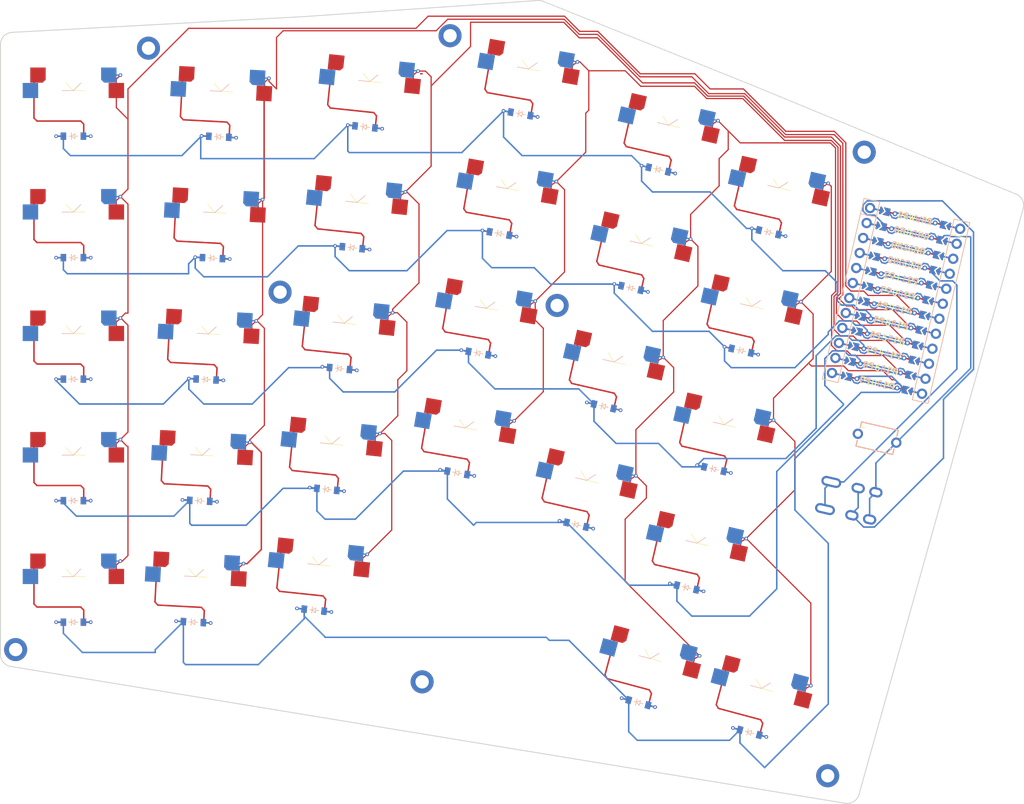
<source format=kicad_pcb>
(kicad_pcb (version 20241229) (generator "pcbnew") (generator_version "9.0")
  (title_block (title "kbd") (rev "v1.0.0") (company "Unknown"))
  (layers (0 "F.Cu" signal) (2 "B.Cu" signal) (13 "F.Paste" user) (15 "B.Paste" user) (5 "F.SilkS" user "F.Silkscreen") (7 "B.SilkS" user "B.Silkscreen") (1 "F.Mask" user) (3 "B.Mask" user) (25 "Edge.Cuts" user))
  (net 0 "")
  (net 1 "P4")
  (net 2 "outer_mod")
  (net 3 "GND")
  (net 4 "outer_bottom")
  (net 5 "outer_home")
  (net 6 "outer_top")
  (net 7 "outer_num")
  (net 8 "P5")
  (net 9 "pinky_mod")
  (net 10 "pinky_bottom")
  (net 11 "pinky_home")
  (net 12 "pinky_top")
  (net 13 "pinky_num")
  (net 14 "P6")
  (net 15 "ring_mod")
  (net 16 "ring_bottom")
  (net 17 "ring_home")
  (net 18 "ring_top")
  (net 19 "ring_num")
  (net 20 "P7")
  (net 21 "middle_bottom")
  (net 22 "middle_home")
  (net 23 "middle_top")
  (net 24 "middle_num")
  (net 25 "P8")
  (net 26 "index_bottom")
  (net 27 "index_home")
  (net 28 "index_top")
  (net 29 "index_num")
  (net 30 "P9")
  (net 31 "inner_bottom")
  (net 32 "inner_home")
  (net 33 "inner_top")
  (net 34 "inner_num")
  (net 35 "layer_cluster")
  (net 36 "space_cluster")
  (net 37 "RAW")
  (net 38 "RST")
  (net 39 "VCC")
  (net 40 "P21")
  (net 41 "P20")
  (net 42 "P19")
  (net 43 "P18")
  (net 44 "P15")
  (net 45 "P14")
  (net 46 "P16")
  (net 47 "P10")
  (net 48 "P1")
  (net 49 "P0")
  (net 50 "P2")
  (net 51 "P3")
  (net 52 "MCU1_24")
  (net 53 "MCU1_1")
  (net 54 "MCU1_23")
  (net 55 "MCU1_2")
  (net 56 "MCU1_22")
  (net 57 "MCU1_3")
  (net 58 "MCU1_21")
  (net 59 "MCU1_4")
  (net 60 "MCU1_20")
  (net 61 "MCU1_5")
  (net 62 "MCU1_19")
  (net 63 "MCU1_6")
  (net 64 "MCU1_18")
  (net 65 "MCU1_7")
  (net 66 "MCU1_17")
  (net 67 "MCU1_8")
  (net 68 "MCU1_16")
  (net 69 "MCU1_9")
  (net 70 "MCU1_15")
  (net 71 "MCU1_10")
  (net 72 "MCU1_14")
  (net 73 "MCU1_11")
  (net 74 "MCU1_13")
  (net 75 "MCU1_12")
  (footprint "ceoloide:diode_tht_sod123" (layer "F.Cu") (at 237.465273 119.381929 -13)
    (property "Reference" "D21" (hide yes))
    (property "Value" "")
  )
  (footprint "ceoloide:diode_tht_sod123" (layer "F.Cu") (at 172.936328 94.925581 -3)
    (property "Reference" "D9" (hide yes))
    (property "Value" "")
  )
  (footprint "ceoloide:diode_tht_sod123" (layer "F.Cu") (at 232.955004 138.918049 -13)
    (property "Reference" "D20" (hide yes))
    (property "Value" "")
  )
  (footprint "ceoloide:diode_tht_sod123" (layer "F.Cu") (at 150 74.8)
    (property "Reference" "D5" (hide yes))
    (property "Value" "")
  )
  (footprint "ceoloide:diode_tht_sod123" (layer "F.Cu") (at 255.651686 129.738418 -13)
    (property "Reference" "D25" (hide yes))
    (property "Value" "")
  )
  (footprint "ceoloide:mounting_hole_plated" (layer "F.Cu") (at 184.087675 100.541895 -3)
    (property "Reference" "H8" (hide yes))
    (property "Value" "")
  )
  (footprint "ceoloide:diode_tht_sod123" (layer "F.Cu") (at 191.802683 133.085893 -6)
    (property "Reference" "D12" (hide yes))
    (property "Value" "")
  )
  (footprint "ceoloide:diode_tht_sod123" (layer "F.Cu") (at 193.898479 113.145729 -6)
    (property "Reference" "D13" (hide yes))
    (property "Value" "")
  )
  (footprint "ceoloide:diode_tht_sod123" (layer "F.Cu") (at 150 114.9)
    (property "Reference" "D3" (hide yes))
    (property "Value" "")
  )
  (footprint "ceoloide:diode_tht_sod123" (layer "F.Cu") (at 241.975542 99.845809 -13)
    (property "Reference" "D22" (hide yes))
    (property "Value" "")
  )
  (footprint "ceoloide:diode_tht_sod123" (layer "F.Cu") (at 216.787388 110.609882 -10)
    (property "Reference" "D17" (hide yes))
    (property "Value" "")
  )
  (footprint "ceoloide:diode_tht_sod123" (layer "F.Cu") (at 170.837656 134.970626 -3)
    (property "Reference" "D7" (hide yes))
    (property "Value" "")
  )
  (footprint "ceoloide:trrs_pj320a (reversible, symmetric)" (layer "F.Cu") (at 284.953054 136.516001 -103)
    (property "Reference" "TRRS1" (hide yes))
    (property "Value" "")
  )
  (footprint "ceoloide:mounting_hole_plated" (layer "F.Cu") (at 274.404216 180.347909 -15)
    (property "Reference" "H2" (hide yes))
    (property "Value" "")
  )
  (footprint "ceoloide:diode_tht_sod123" (layer "F.Cu") (at 260.161955 110.202298 -13)
    (property "Reference" "D26" (hide yes))
    (property "Value" "")
  )
  (footprint "ceoloide:diode_tht_sod123" (layer "F.Cu") (at 220.269034 90.864486 -10)
    (property "Reference" "D18" (hide yes))
    (property "Value" "")
  )
  (footprint "ceoloide:diode_tht_sod123" (layer "F.Cu") (at 264.672223 90.666178 -13)
    (property "Reference" "D27" (hide yes))
    (property "Value" "")
  )
  (footprint "ceoloide:diode_tht_sod123" (layer "F.Cu") (at 213.305742 130.355277 -10)
    (property "Reference" "D16" (hide yes))
    (property "Value" "")
  )
  (footprint "ceoloide:diode_tht_sod123" (layer "F.Cu") (at 243.175591 168.2817 -15)
    (property "Reference" "D28" (hide yes))
    (property "Value" "")
  )
  (footprint "ceoloide:mounting_hole_plated" (layer "F.Cu") (at 212.122141 58.21973 -6)
    (property "Reference" "H5" (hide yes))
    (property "Value" "")
  )
  (footprint "ceoloide:mounting_hole_plated" (layer "F.Cu") (at 280.433307 77.442735 -13)
    (property "Reference" "H6" (hide yes))
    (property "Value" "")
  )
  (footprint "ceoloide:diode_tht_sod123" (layer "F.Cu") (at 171.886992 114.948103 -3)
    (property "Reference" "D8" (hide yes))
    (property "Value" "")
  )
  (footprint "ceoloide:diode_tht_sod123" (layer "F.Cu") (at 150 94.85)
    (property "Reference" "D4" (hide yes))
    (property "Value" "")
  )
  (footprint "ceoloide:diode_tht_sod123" (layer "F.Cu") (at 150 134.95)
    (property "Reference" "D2" (hide yes))
    (property "Value" "")
  )
  (footprint "ceoloide:mounting_hole_plated" (layer "F.Cu") (at 207.516936 164.848925 -8)
    (property "Reference" "H1" (hide yes))
    (property "Value" "")
  )
  (footprint "ceoloide:diode_tht_sod123" (layer "F.Cu") (at 173.985664 74.903059 -3)
    (property "Reference" "D10" (hide yes))
    (property "Value" "")
  )
  (footprint "ceoloide:mounting_hole_plated" (layer "F.Cu") (at 229.782393 102.734293 -10)
    (property "Reference" "H7" (hide yes))
    (property "Value" "")
  )
  (footprint "ceoloide:diode_tht_sod123" (layer "F.Cu") (at 198.090071 73.265401 -6)
    (property "Reference" "D15" (hide yes))
    (property "Value" "")
  )
  (footprint "ceoloide:diode_tht_sod123" (layer "F.Cu") (at 195.994275 93.205565 -6)
    (property "Reference" "D14" (hide yes))
    (property "Value" "")
  )
  (footprint "ceoloide:diode_tht_sod123" (layer "F.Cu") (at 251.141418 149.274538 -13)
    (property "Reference" "D24" (hide yes))
    (property "Value" "")
  )
  (footprint "ceoloide:mounting_hole_plated" (layer "F.Cu") (at 140.475 159.525)
    (property "Reference" "H3" (hide yes))
    (property "Value" "")
  )
  (footprint "ceoloide:diode_tht_sod123" (layer "F.Cu") (at 261.528182 173.199262 -15)
    (property "Reference" "D29" (hide yes))
    (property "Value" "")
  )
  (footprint "ceoloide:mounting_hole_plated" (layer "F.Cu") (at 162.3825 60.275)
    (property "Reference" "H4" (hide yes))
    (property "Value" "")
  )
  (footprint "ceoloide:diode_tht_sod123" (layer "F.Cu") (at 169.78832 154.993148 -3)
    (property "Reference" "D6" (hide yes))
    (property "Value" "")
  )
  (footprint "434121025816" (layer "F.Cu") (at 282.549672 124.643568 -13)
    (property "Reference" "S30" (hide yes))
    (property "Value" "" (hide yes))
  )
  (footprint "ceoloide:diode_tht_sod123" (layer "F.Cu") (at 223.75068 71.119091 -10)
    (property "Reference" "D19" (hide yes))
    (property "Value" "")
  )
  (footprint "ceoloide:mcu_supermini_nrf52840" (layer "F.Cu") (at 285.964536 100.739074 -13)
    (property "Reference" "MCU1" (hide yes))
    (property "Value" "")
  )
  (footprint "ceoloide:diode_tht_sod123" (layer "F.Cu") (at 246.48581 80.309689 -13)
    (property "Reference" "D23" (hide yes))
    (property "Value" "")
  )
  (footprint "ceoloide:diode_tht_sod123" (layer "F.Cu") (at 150 155)
    (property "Reference" "D1" (hide yes))
    (property "Value" "")
  )
  (footprint "ceoloide:diode_tht_sod123" (layer "F.Cu") (at 189.706888 153.026057 -6)
    (property "Reference" "D11" (hide yes))
    (property "Value" "")
  )
  (footprint "ceoloide:switch_mx" (layer "B.Cu") (at 194.421121 108.173119 -6)
    (property "Reference" "S13" (hide yes))
    (property "Value" "")
  )
  (footprint "ceoloide:switch_mx" (layer "B.Cu") (at 173.198008 89.932433 -3)
    (property "Reference" "S9" (hide yes))
    (property "Value" "")
  )
  (footprint "ceoloide:switch_mx" (layer "B.Cu") (at 221.137274 85.940447 -10)
    (property "Reference" "S18" (hide yes))
    (property "Value" "")
  )
  (footprint "ceoloide:switch_mx" (layer "B.Cu") (at 238.590028 114.510079 -13)
    (property "Reference" "S21" (hide yes))
    (property "Value" "")
  )
  (footprint "ceoloide:switch_mx" (layer "B.Cu") (at 234.07976 134.046198 -13)
    (property "Reference" "S20" (hide yes))
    (property "Value" "")
  )
  (footprint "ceoloide:switch_mx" (layer "B.Cu") (at 247.610565 75.437839 -13)
    (property "Reference" "S23" (hide yes))
    (property "Value" "")
  )
  (footprint "ceoloide:switch_mx" (layer "B.Cu") (at 214.173982 125.431238 -10)
    (property "Reference" "S16" (hide yes))
    (property "Value" "")
  )
  (footprint "ceoloide:switch_mx" (layer "B.Cu") (at 252.266173 144.402687 -13)
    (property "Reference" "S24" (hide yes))
    (property "Value" "")
  )
  (footprint "ceoloide:switch_mx" (layer "B.Cu") (at 150 89.85)
    (property "Reference" "S4" (hide yes))
    (property "Value" "")
  )
  (footprint "ceoloide:switch_mx" (layer "B.Cu") (at 243.100297 94.973959 -13)
    (property "Reference" "S22" (hide yes))
    (property "Value" "")
  )
  (footprint "ceoloide:switch_mx" (layer "B.Cu") (at 174.247344 69.909911 -3)
    (property "Reference" "S10" (hide yes))
    (property "Value" "")
  )
  (footprint "ceoloide:switch_mx" (layer "B.Cu") (at 261.28671 105.330448 -13)
    (property "Reference" "S26" (hide yes))
    (property "Value" "")
  )
  (footprint "ceoloide:switch_mx" (layer "B.Cu") (at 265.796979 85.794328 -13)
    (property "Reference" "S27" (hide yes))
    (property "Value" "")
  )
  (footprint "ceoloide:switch_mx" (layer "B.Cu") (at 190.22953 148.053447 -6)
    (property "Reference" "S11" (hide yes))
    (property "Value" "")
  )
  (footprint "ceoloide:switch_mx" (layer "B.Cu") (at 150 109.9)
    (property "Reference" "S3" (hide yes))
    (property "Value" "")
  )
  (footprint "ceoloide:switch_mx" (layer "B.Cu") (at 150 69.8)
    (property "Reference" "S5" (hide yes))
    (property "Value" "")
  )
  (footprint "ceoloide:switch_mx" (layer "B.Cu") (at 217.655628 105.685843 -10)
    (property "Reference" "S17" (hide yes))
    (property "Value" "")
  )
  (footprint "ceoloide:switch_mx" (layer "B.Cu") (at 170.05 150 -3)
    (property "Reference" "S6" (hide yes))
    (property "Value" "")
  )
  (footprint "ceoloide:switch_mx" (layer "B.Cu") (at 198.612713 68.292791 -6)
    (property "Reference" "S15" (hide yes))
    (property "Value" "")
  )
  (footprint "ceoloide:switch_mx" (layer "B.Cu") (at 172.148672 109.954956 -3)
    (property "Reference" "S8" (hide yes))
    (property "Value" "")
  )
  (footprint "ceoloide:switch_mx" (layer "B.Cu") (at 192.325326 128.113283 -6)
    (property "Reference" "S12" (hide yes))
    (property "Value" "")
  )
  (footprint "ceoloide:switch_mx" (layer "B.Cu") (at 244.469686 163.452071 -15)
    (property "Reference" "S28" (hide yes))
    (property "Value" "")
  )
  (footprint "ceoloide:switch_mx" (layer "B.Cu") (at 171.099336 129.977478 -3)
    (property "Reference" "S7" (hide yes))
    (property "Value" "")
  )
  (footprint "ceoloide:switch_mx" (layer "B.Cu") (at 262.822277 168.369633 -15)
    (property "Reference" "S29" (hide yes))
    (property "Value" "")
  )
  (footprint "ceoloide:switch_mx" (layer "B.Cu") (at 150 129.95)
    (property "Reference" "S2" (hide yes))
    (property "Value" "")
  )
  (footprint "ceoloide:switch_mx" (layer "B.Cu") (at 196.516917 88.232955 -6)
    (property "Reference" "S14" (hide yes))
    (property "Value" "")
  )
  (footprint "ceoloide:switch_mx" (layer "B.Cu") (at 150 150)
    (property "Reference" "S1" (hide yes))
    (property "Value" "")
  )
  (footprint "ceoloide:switch_mx" (layer "B.Cu") (at 256.776442 124.866568 -13)
    (property "Reference" "S25" (hide yes))
    (property "Value" "")
  )
  (footprint "ceoloide:switch_mx" (layer "B.Cu") (at 224.61892 66.195052 -10)
    (property "Reference" "S19" (hide yes))
    (property "Value" "")
  )
  (gr_arc (start 305.48308 84.368815) (mid 306.517792 85.342033) (end 306.645358 86.75678) (stroke (width 0.15)) (layer "Edge.Cuts"))
  (gr_line (start 227.481525 52.544139) (end 262.029257 66.418657) (stroke (width 0.15)) (layer "Edge.Cuts"))
  (gr_line (start 306.645358 86.75678) (end 279.558417 183.455055) (stroke (width 0.15)) (layer "Edge.Cuts"))
  (gr_arc (start 262.029257 66.418658) (mid 262.038388 66.422351) (end 262.047501 66.426089) (stroke (width 0.15)) (layer "Edge.Cuts"))
  (gr_line (start 139.862068 57.667744) (end 187.891295 55.072015) (stroke (width 0.15)) (layer "Edge.Cuts"))
  (gr_line (start 277.308766 184.889201) (end 139.646218 162.304992) (stroke (width 0.15)) (layer "Edge.Cuts"))
  (gr_arc (start 187.920863 55.070197) (mid 187.906082 55.071161) (end 187.891295 55.072015) (stroke (width 0.15)) (layer "Edge.Cuts"))
  (gr_line (start 137.97 160.331374) (end 137.97 59.664829) (stroke (width 0.15)) (layer "Edge.Cuts"))
  (gr_line (start 187.920863 55.070198) (end 226.598677 52.404796) (stroke (width 0.15)) (layer "Edge.Cuts"))
  (gr_arc (start 137.970001 59.664829) (mid 138.518129 58.289305) (end 139.862068 57.667744) (stroke (width 0.15)) (layer "Edge.Cuts"))
  (gr_arc (start 226.598678 52.404796) (mid 227.047985 52.424519) (end 227.481525 52.544139) (stroke (width 0.15)) (layer "Edge.Cuts"))
  (gr_arc (start 139.646218 162.304991) (mid 138.445605 161.626062) (end 137.97 160.331374) (stroke (width 0.15)) (layer "Edge.Cuts"))
  (gr_line (start 262.047501 66.426089) (end 305.48308 84.368815) (stroke (width 0.15)) (layer "Edge.Cuts"))
  (gr_arc (start 279.558417 183.455055) (mid 278.707659 184.602041) (end 277.308766 184.889201) (stroke (width 0.15)) (layer "Edge.Cuts"))
  (segment (start 207.300546 64.5) (end 207.293911 64.493365) (width 0.25) (layer "F.Cu") (net 0))
  (segment (start 207.5 64.5) (end 207.300546 64.5) (width 0.25) (layer "F.Cu") (net 0))
  (segment (start 157.085 65.385) (end 157.085 67.26) (width 0.2) (layer "F.Cu") (net 1))
  (segment (start 285.805974 101.078762) (end 288.70602 103.978808) (width 0.2) (layer "F.Cu") (net 1))
  (segment (start 159 106) (end 159 123.62) (width 0.2) (layer "F.Cu") (net 1))
  (segment (start 157.75 104.82) (end 157.82 104.82) (width 0.2) (layer "F.Cu") (net 1))
  (segment (start 157.085 70.085) (end 159 72) (width 0.2) (layer "F.Cu") (net 1))
  (segment (start 281.05648 101.078762) (end 285.805974 101.078762) (width 0.2) (layer "F.Cu") (net 1))
  (segment (start 159 83.52) (end 157.75 84.77) (width 0.2) (layer "F.Cu") (net 1))
  (segment (start 267.5 74) (end 275.5 74) (width 0.2) (layer "F.Cu") (net 1))
  (segment (start 169 57) (end 206.5 57) (width 0.2) (layer "F.Cu") (net 1))
  (segment (start 255 67) (end 260.5 67) (width 0.2) (layer "F.Cu") (net 1))
  (segment (start 159 72) (end 159 67) (width 0.2) (layer "F.Cu") (net 1))
  (segment (start 275.5 74) (end 277.388836 75.888836) (width 0.2) (layer "F.Cu") (net 1))
  (segment (start 157.75 64.72) (end 157.085 65.385) (width 0.2) (layer "F.Cu") (net 1))
  (segment (start 157.75 84.77) (end 159 86.02) (width 0.2) (layer "F.Cu") (net 1))
  (segment (start 159 144) (end 158.08 144.92) (width 0.2) (layer "F.Cu") (net 1))
  (segment (start 157.75 84.77) (end 157.085 85.435) (width 0.2) (layer "F.Cu") (net 1))
  (segment (start 290.045777 104.288115) (end 288.706018 103.978808) (width 0.25) (layer "F.Cu") (net 1))
  (segment (start 236.5 57.5) (end 243.5 64.5) (width 0.2) (layer "F.Cu") (net 1))
  (segment (start 159 104) (end 158.57 104) (width 0.2) (layer "F.Cu") (net 1))
  (segment (start 159 67) (end 169 57) (width 0.2) (layer "F.Cu") (net 1))
  (segment (start 260.5 67) (end 267.5 74) (width 0.2) (layer "F.Cu") (net 1))
  (segment (start 157.085 105.485) (end 157.085 107.36) (width 0.2) (layer "F.Cu") (net 1))
  (segment (start 158.57 104) (end 157.75 104.82) (width 0.2) (layer "F.Cu") (net 1))
  (segment (start 157.75 124.87) (end 157.085 125.535) (width 0.2) (layer "F.Cu") (net 1))
  (segment (start 243.5 64.5) (end 252.5 64.5) (width 0.2) (layer "F.Cu") (net 1))
  (segment (start 158.08 144.92) (end 157.75 144.92) (width 0.2) (layer "F.Cu") (net 1))
  (segment (start 157.75 124.87) (end 158.88 126) (width 0.2) (layer "F.Cu") (net 1))
  (segment (start 159 123.62) (end 157.75 124.87) (width 0.2) (layer "F.Cu") (net 1))
  (segment (start 277.388836 99.501707) (end 278.247682 100.360553) (width 0.2) (layer "F.Cu") (net 1))
  (segment (start 252.5 64.5) (end 255 67) (width 0.2) (layer "F.Cu") (net 1))
  (segment (start 280.338271 100.360553) (end 281.05648 101.078762) (width 0.2) (layer "F.Cu") (net 1))
  (segment (start 233.5 57.5) (end 236.5 57.5) (width 0.2) (layer "F.Cu") (net 1))
  (segment (start 231 55) (end 233.5 57.5) (width 0.2) (layer "F.Cu") (net 1))
  (segment (start 157.085 67.26) (end 157.085 70.085) (width 0.2) (layer "F.Cu") (net 1))
  (segment (start 157.085 125.535) (end 157.085 127.41) (width 0.2) (layer "F.Cu") (net 1))
  (segment (start 157.75 144.92) (end 157.085 145.585) (width 0.2) (layer "F.Cu") (net 1))
  (segment (start 157.085 145.585) (end 157.085 147.46) (width 0.2) (layer "F.Cu") (net 1))
  (segment (start 277.388836 75.888836) (end 277.388836 99.501707) (width 0.2) (layer "F.Cu") (net 1))
  (segment (start 159 86.02) (end 159 104) (width 0.2) (layer "F.Cu") (net 1))
  (segment (start 159 72) (end 159 83.52) (width 0.2) (layer "F.Cu") (net 1))
  (segment (start 206.5 57) (end 208.5 55) (width 0.2) (layer "F.Cu") (net 1))
  (segment (start 158.88 126) (end 159 126) (width 0.2) (layer "F.Cu") (net 1))
  (segment (start 208.5 55) (end 231 55) (width 0.2) (layer "F.Cu") (net 1))
  (segment (start 159 126) (end 159 144) (width 0.2) (layer "F.Cu") (net 1))
  (segment (start 157.82 104.82) (end 159 106) (width 0.2) (layer "F.Cu") (net 1))
  (segment (start 157.75 104.82) (end 157.085 105.485) (width 0.2) (layer "F.Cu") (net 1))
  (segment (start 278.247682 100.360553) (end 280.338271 100.360553) (width 0.2) (layer "F.Cu") (net 1))
  (segment (start 157.085 85.435) (end 157.085 87.31) (width 0.2) (layer "F.Cu") (net 1))
  (via (at 157.75 64.72) (size 0.6) (drill 0.3) (layers "F.Cu" "B.Cu") (net 1))
  (via (at 157.75 144.92) (size 0.6) (drill 0.3) (layers "F.Cu" "B.Cu") (net 1))
  (via (at 157.75 84.77) (size 0.6) (drill 0.3) (layers "F.Cu" "B.Cu") (net 1))
  (via (at 157.75 124.87) (size 0.6) (drill 0.3) (layers "F.Cu" "B.Cu") (net 1))
  (via (at 157.75 104.82) (size 0.6) (drill 0.3) (layers "F.Cu" "B.Cu") (net 1))
  (segment (start 155.842 64.72) (end 157.75 64.72) (width 0.2) (layer "B.Cu") (net 1))
  (segment (start 281.624604 103.088005) (end 282.20982 103.223113) (width 0.25) (layer "B.Cu") (net 1))
  (segment (start 155.842 104.82) (end 157.75 104.82) (width 0.2) (layer "B.Cu") (net 1))
  (segment (start 281.081275 102.218497) (end 281.624604 103.088005) (width 0.25) (layer "B.Cu") (net 1))
  (segment (start 282.20982 103.223113) (end 282.803484 102.85215) (width 0.25) (layer "B.Cu") (net 1))
  (segment (start 282.803484 102.85215) (end 288.430174 104.151174) (width 0.25) (layer "B.Cu") (net 1))
  (segment (start 155.842 124.87) (end 157.75 124.87) (width 0.2) (layer "B.Cu") (net 1))
  (segment (start 155.842 144.92) (end 157.75 144.92) (width 0.2) (layer "B.Cu") (net 1))
  (segment (start 280.740543 102.139833) (end 281.081275 102.218497) (width 0.25) (layer "B.Cu") (net 1))
  (segment (start 155.842 84.77) (end 157.75 84.77) (width 0.2) (layer "B.Cu") (net 1))
  (segment (start 143.5 146) (end 143.5 152) (width 0.25) (layer "F.Cu") (net 2))
  (segment (start 151.7 153) (end 151.7 155) (width 0.25) (layer "F.Cu") (net 2))
  (segment (start 151.2 152.5) (end 151.7 153) (width 0.25) (layer "F.Cu") (net 2))
  (segment (start 144.158 144.92) (end 143.5 146) (width 0.25) (layer "F.Cu") (net 2))
  (segment (start 143.5 152) (end 144 152.5) (width 0.25) (layer "F.Cu") (net 2))
  (segment (start 151.65 155) (end 152.85 155) (width 0.25) (layer "F.Cu") (net 2))
  (segment (start 144 152.5) (end 151.2 152.5) (width 0.25) (layer "F.Cu") (net 2))
  (via (at 152.85 155) (size 0.6) (drill 0.3) (layers "F.Cu" "B.Cu") (net 2))
  (segment (start 152.85 155) (end 151.65 155) (width 0.25) (layer "B.Cu") (net 2))
  (segment (start 291.759904 96.863416) (end 290.420145 96.554108) (width 0.25) (layer "F.Cu") (net 3))
  (segment (start 292.33128 94.388516) (end 290.991521 94.079208) (width 0.25) (layer "F.Cu") (net 3))
  (segment (start 283.597421 89.765333) (end 284.93718 90.074641) (width 0.25) (layer "F.Cu") (net 3))
  (segment (start 285.716375 125.374659) (end 298 113.091034) (width 0.25) (layer "B.Cu") (net 3))
  (segment (start 281.317682 138.037209) (end 281.317682 134.589881) (width 0.25) (layer "B.Cu") (net 3))
  (segment (start 282.352457 133.555106) (end 282.352457 128.738577) (width 0.25) (layer "B.Cu") (net 3))
  (segment (start 284.495323 93.323513) (end 285.088987 92.95255) (width 0.25) (layer "B.Cu") (net 3))
  (segment (start 283.366778 92.318897) (end 283.910107 93.188405) (width 0.25) (layer "B.Cu") (net 3))
  (segment (start 291.433378 90.830336) (end 290.827721 91.208792) (width 0.25) (layer "B.Cu") (net 3))
  (segment (start 282.795402 94.793797) (end 283.338731 95.663305) (width 0.25) (layer "B.Cu") (net 3))
  (segment (start 281.317682 134.589881) (end 282.352457 133.555106) (width 0.25) (layer "B.Cu") (net 3))
  (segment (start 292.018594 90.965443) (end 291.433378 90.830336) (width 0.25) (layer "B.Cu") (net 3))
  (segment (start 292.902655 91.913615) (end 292.561923 91.834951) (width 0.25) (layer "B.Cu") (net 3))
  (segment (start 283.923947 95.798413) (end 284.517611 95.42745) (width 0.25) (layer "B.Cu") (net 3))
  (segment (start 283.910107 93.188405) (end 284.495323 93.323513) (width 0.25) (layer "B.Cu") (net 3))
  (segment (start 292.561923 91.834951) (end 292.018594 90.965443) (width 0.25) (layer "B.Cu") (net 3))
  (segment (start 290.827721 91.208792) (end 285.201031 89.909769) (width 0.25) (layer "B.Cu") (net 3))
  (segment (start 294.690124 91.377601) (end 294.505518 91.192995) (width 0.25) (layer "B.Cu") (net 3))
  (segment (start 298 91.5) (end 297.877601 91.377601) (width 0.25) (layer "B.Cu") (net 3))
  (segment (start 283.026046 92.240233) (end 283.366778 92.318897) (width 0.25) (layer "B.Cu") (net 3))
  (segment (start 294.505518 91.192995) (end 293.623276 91.192995) (width 0.25) (layer "B.Cu") (net 3))
  (segment (start 282.45467 94.715133) (end 282.795402 94.793797) (width 0.25) (layer "B.Cu") (net 3))
  (segment (start 284.517611 95.42745) (end 290.144301 96.726474) (width 0.25) (layer "B.Cu") (net 3))
  (segment (start 298 113.091034) (end 298 91.5) (width 0.25) (layer "B.Cu") (net 3))
  (segment (start 293.623276 91.192995) (end 292.902656 91.913615) (width 0.25) (layer "B.Cu") (net 3))
  (segment (start 285.088987 92.95255) (end 290.715677 94.251574) (width 0.25) (layer "B.Cu") (net 3))
  (segment (start 282.352457 128.738577) (end 285.716375 125.374659) (width 0.25) (layer "B.Cu") (net 3))
  (segment (start 297.877601 91.377601) (end 294.690124 91.377601) (width 0.25) (layer "B.Cu") (net 3))
  (segment (start 283.338731 95.663305) (end 283.923947 95.798413) (width 0.25) (layer "B.Cu") (net 3))
  (segment (start 151.65 134.95) (end 152.85 134.95) (width 0.25) (layer "F.Cu") (net 4))
  (segment (start 143.5 131.95) (end 144 132.45) (width 0.25) (layer "F.Cu") (net 4))
  (segment (start 144 132.45) (end 151.2 132.45) (width 0.25) (layer "F.Cu") (net 4))
  (segment (start 151.2 132.45) (end 151.7 132.95) (width 0.25) (layer "F.Cu") (net 4))
  (segment (start 143.5 125.95) (end 143.5 131.95) (width 0.25) (layer "F.Cu") (net 4))
  (segment (start 151.7 132.95) (end 151.7 134.95) (width 0.25) (layer "F.Cu") (net 4))
  (segment (start 144.158 124.87) (end 143.5 125.95) (width 0.25) (layer "F.Cu") (net 4))
  (via (at 152.85 134.95) (size 0.6) (drill 0.3) (layers "F.Cu" "B.Cu") (net 4))
  (segment (start 152.85 134.95) (end 151.65 134.95) (width 0.25) (layer "B.Cu") (net 4))
  (segment (start 151.7 112.9) (end 151.7 114.9) (width 0.25) (layer "F.Cu") (net 5))
  (segment (start 151.65 114.9) (end 152.85 114.9) (width 0.25) (layer "F.Cu") (net 5))
  (segment (start 143.5 111.9) (end 144 112.4) (width 0.25) (layer "F.Cu") (net 5))
  (segment (start 143.5 105.9) (end 143.5 111.9) (width 0.25) (layer "F.Cu") (net 5))
  (segment (start 144 112.4) (end 151.2 112.4) (width 0.25) (layer "F.Cu") (net 5))
  (segment (start 144.158 104.82) (end 143.5 105.9) (width 0.25) (layer "F.Cu") (net 5))
  (segment (start 151.2 112.4) (end 151.7 112.9) (width 0.25) (layer "F.Cu") (net 5))
  (via (at 152.85 114.9) (size 0.6) (drill 0.3) (layers "F.Cu" "B.Cu") (net 5))
  (segment (start 152.85 114.9) (end 151.65 114.9) (width 0.25) (layer "B.Cu") (net 5))
  (segment (start 151.2 92.35) (end 151.7 92.85) (width 0.25) (layer "F.Cu") (net 6))
  (segment (start 151.7 92.85) (end 151.7 94.85) (width 0.25) (layer "F.Cu") (net 6))
  (segment (start 151.65 94.85) (end 152.85 94.85) (width 0.25) (layer "F.Cu") (net 6))
  (segment (start 143.5 91.85) (end 144 92.35) (width 0.25) (layer "F.Cu") (net 6))
  (segment (start 143.5 85.85) (end 143.5 91.85) (width 0.25) (layer "F.Cu") (net 6))
  (segment (start 144.158 84.77) (end 143.5 85.85) (width 0.25) (layer "F.Cu") (net 6))
  (segment (start 144 92.35) (end 151.2 92.35) (width 0.25) (layer "F.Cu") (net 6))
  (via (at 152.85 94.85) (size 0.6) (drill 0.3) (layers "F.Cu" "B.Cu") (net 6))
  (segment (start 152.85 94.85) (end 151.65 94.85) (width 0.25) (layer "B.Cu") (net 6))
  (segment (start 143.5 65.8) (end 143.5 71.8) (width 0.25) (layer "F.Cu") (net 7))
  (segment (start 151.65 74.8) (end 152.85 74.8) (width 0.25) (layer "F.Cu") (net 7))
  (segment (start 151.7 72.8) (end 151.7 74.8) (width 0.25) (layer "F.Cu") (net 7))
  (segment (start 144.158 64.72) (end 143.5 65.8) (width 0.25) (layer "F.Cu") (net 7))
  (segment (start 143.5 71.8) (end 144 72.3) (width 0.25) (layer "F.Cu") (net 7))
  (segment (start 144 72.3) (end 151.2 72.3) (width 0.25) (layer "F.Cu") (net 7))
  (segment (start 151.2 72.3) (end 151.7 72.8) (width 0.25) (layer "F.Cu") (net 7))
  (via (at 152.85 74.8) (size 0.6) (drill 0.3) (layers "F.Cu" "B.Cu") (net 7))
  (segment (start 152.85 74.8) (end 151.65 74.8) (width 0.25) (layer "B.Cu") (net 7))
  (segment (start 252 65) (end 254.78355 67.78355) (width 0.2) (layer "F.Cu") (net 8))
  (segment (start 184.599 57.401) (end 209.828186 57.401) (width 0.2) (layer "F.Cu") (net 8))
  (segment (start 180.153917 105.287521) (end 180.287521 105.287521) (width 0.2) (layer "F.Cu") (net 8))
  (segment (start 278.989462 103.424314) (end 285.105249 103.424314) (width 0.2) (layer "F.Cu") (net 8))
  (segment (start 182.252589 65.242477) (end 181.553697 65.871762) (width 0.2) (layer "F.Cu") (net 8))
  (segment (start 179.104582 125.310043) (end 179.310043 125.310043) (width 0.25) (layer "F.Cu") (net 8))
  (segment (start 178.667434 145.332566) (end 178.055246 145.332566) (width 0.25) (layer "F.Cu") (net 8))
  (segment (start 277.47537 102.823747) (end 278.388895 102.823747) (width 0.2) (layer "F.Cu") (net 8))
  (segment (start 230.9329 55.5) (end 233.4329 58) (width 0.2) (layer "F.Cu") (net 8))
  (segment (start 182.252589 65.242477) (end 182.252589 65.752589) (width 0.2) (layer "F.Cu") (net 8))
  (segment (start 180.287521 105.287521) (end 181.5 106.5) (width 0.2) (layer "F.Cu") (net 8))
  (segment (start 179.104582 124.895418) (end 179.104582 125.310043) (width 0.2) (layer "F.Cu") (net 8))
  (segment (start 181.455568 67.744192) (end 181.455568 85.012684) (width 0.25) (layer "F.Cu") (net 8))
  (segment (start 181.203253 104.238185) (end 180.153917 105.287521) (width 0.2) (layer "F.Cu") (net 8))
  (segment (start 267.46645 74.53355) (end 275.46645 74.53355) (width 0.2) (layer "F.Cu") (net 8))
  (segment (start 179.455025 105.916807) (end 179.356895 107.789237) (width 0.2) (layer "F.Cu") (net 8))
  (segment (start 181.553697 65.871762) (end 181.455567 67.744192) (width 0.2) (layer "F.Cu") (net 8))
  (segment (start 278.388895 102.823747) (end 278.989462 103.424314) (width 0.2) (layer "F.Cu") (net 8))
  (segment (start 178.055246 145.332566) (end 177.356354 145.961851) (width 0.2) (layer "F.Cu") (net 8))
  (segment (start 276.901 100.939547) (end 276.246085 101.594462) (width 0.2) (layer "F.Cu") (net 8))
  (segment (start 183.5 67) (end 183.5 58.5) (width 0.2) (layer "F.Cu") (net 8))
  (segment (start 254.78355 67.78355) (end 260.71645 67.78355) (width 0.2) (layer "F.Cu") (net 8))
  (segment (start 183.5 58.5) (end 184.599 57.401) (width 0.2) (layer "F.Cu") (net 8))
  (segment (start 276.901 75.9681) (end 276.901 100.939547) (width 0.2) (layer "F.Cu") (net 8))
  (segment (start 209.828186 57.401) (end 211.729186 55.5) (width 0.2) (layer "F.Cu") (net 8))
  (segment (start 181.203253 85.264999) (end 180.504361 85.894284) (width 0.2) (layer "F.Cu") (net 8))
  (segment (start 177.356354 145.961851) (end 177.258224 147.834281) (width 0.2) (layer "F.Cu") (net 8))
  (segment (start 182.252589 65.752589) (end 183.5 67) (width 0.2) (layer "F.Cu") (net 8))
  (segment (start 285.105249 103.424314) (end 288.134643 106.453708) (width 0.2) (layer "F.Cu") (net 8))
  (segment (start 179.310043 125.310043) (end 181 127) (width 0.25) (layer "F.Cu") (net 8))
  (segment (start 181 127) (end 181 143) (width 0.25) (layer "F.Cu") (net 8))
  (segment (start 181.203253 85.264999) (end 181.203253 104.238185) (width 0.2) (layer "F.Cu") (net 8))
  (segment (start 211.729186 55.5) (end 230.9329 55.5) (width 0.2) (layer "F.Cu") (net 8))
  (segment (start 243.4329 65) (end 252 65) (width 0.2) (layer "F.Cu") (net 8))
  (segment (start 276.246085 101.594462) (end 277.47537 102.823747) (width 0.2) (layer "F.Cu") (net 8))
  (segment (start 179.104582 125.310043) (end 178.405689 125.939329) (width 0.2) (layer "F.Cu") (net 8))
  (segment (start 181.5 122.5) (end 179.104582 124.895418) (width 0.2) (layer "F.Cu") (net 8))
  (segment (start 181 143) (end 178.667434 145.332566) (width 0.25) (layer "F.Cu") (net 8))
  (segment (start 181.5 106.5) (end 181.5 122.5) (width 0.2) (layer "F.Cu") (net 8))
  (segment (start 181.455568 85.012684) (end 181.203253 85.264999) (width 0.25) (layer "F.Cu") (net 8))
  (segment (start 275.46645 74.53355) (end 276.901 75.9681) (width 0.2) (layer "F.Cu") (net 8))
  (segment (start 178.405689 125.939329) (end 178.30756 127.811759) (width 0.2) (layer "F.Cu") (net 8))
  (segment (start 289.474401 106.763015) (end 288.134642 106.453708) (width 0.25) (layer "F.Cu") (net 8))
  (segment (start 180.504361 85.894284) (end 180.406231 87.766715) (width 0.2) (layer "F.Cu") (net 8))
  (segment (start 260.71645 67.78355) (end 267.46645 74.53355) (width 0.2) (layer "F.Cu") (net 8))
  (segment (start 181.203253 85.264999) (end 181.234126 85.234126) (width 0.2) (layer "F.Cu") (net 8))
  (segment (start 180.153917 105.287521) (end 179.455025 105.916807) (width 0.2) (layer "F.Cu") (net 8))
  (segment (start 236.4329 58) (end 243.4329 65) (width 0.2) (layer "F.Cu") (net 8))
  (segment (start 233.4329 58) (end 236.4329 58) (width 0.2) (layer "F.Cu") (net 8))
  (via (at 180.153917 105.287521) (size 0.6) (drill 0.3) (layers "F.Cu" "B.Cu") (net 8))
  (via (at 178.055246 145.332566) (size 0.6) (drill 0.3) (layers "F.Cu" "B.Cu") (net 8))
  (via (at 182.252589 65.242477) (size 0.6) (drill 0.3) (layers "F.Cu" "B.Cu") (net 8))
  (via (at 179.104582 125.310043) (size 0.6) (drill 0.3) (layers "F.Cu" "B.Cu") (net 8))
  (via (at 181.203253 85.264999) (size 0.6) (drill 0.3) (layers "F.Cu" "B.Cu") (net 8))
  (segment (start 282.232109 105.32705) (end 287.858799 106.626074) (width 0.25) (layer "B.Cu") (net 8))
  (segment (start 281.638445 105.698013) (end 282.232109 105.32705) (width 0.25) (layer "B.Cu") (net 8))
  (segment (start 179.297868 85.165142) (end 181.203253 85.264999) (width 0.2) (layer "B.Cu") (net 8))
  (segment (start 176.14986 145.232709) (end 178.055246 145.332566) (width 0.2) (layer "B.Cu") (net 8))
  (segment (start 178.248532 105.187664) (end 180.153917 105.287521) (width 0.2) (layer "B.Cu") (net 8))
  (segment (start 180.347204 65.14262) (end 182.252589 65.242477) (width 0.2) (layer "B.Cu") (net 8))
  (segment (start 281.053228 105.562905) (end 281.638445 105.698013) (width 0.25) (layer "B.Cu") (net 8))
  (segment (start 280.169167 104.614733) (end 280.509899 104.693397) (width 0.25) (layer "B.Cu") (net 8))
  (segment (start 280.509899 104.693397) (end 281.053228 105.562905) (width 0.25) (layer "B.Cu") (net 8))
  (segment (start 177.199196 125.210186) (end 179.104582 125.310043) (width 0.2) (layer "B.Cu") (net 8))
  (segment (start 171.117516 152.559377) (end 171.590662 153.08486) (width 0.25) (layer "F.Cu") (net 9))
  (segment (start 163.454236 151.657075) (end 163.927383 152.182558) (width 0.25) (layer "F.Cu") (net 9))
  (segment (start 171.436059 155.079502) (end 172.634414 155.142305) (width 0.25) (layer "F.Cu") (net 9))
  (segment (start 171.590662 153.08486) (end 171.48599 155.082119) (width 0.25) (layer "F.Cu") (net 9))
  (segment (start 164.481873 144.621215) (end 163.768252 145.665298) (width 0.25) (layer "F.Cu") (net 9))
  (segment (start 163.927383 152.182558) (end 171.117516 152.559377) (width 0.25) (layer "F.Cu") (net 9))
  (segment (start 163.768252 145.665298) (end 163.454236 151.657075) (width 0.25) (layer "F.Cu") (net 9))
  (via (at 172.634414 155.142305) (size 0.6) (drill 0.3) (layers "F.Cu" "B.Cu") (net 9))
  (segment (start 172.634414 155.142305) (end 171.436059 155.079502) (width 0.25) (layer "B.Cu") (net 9))
  (segment (start 172.485395 135.05698) (end 173.68375 135.119783) (width 0.25) (layer "F.Cu") (net 10))
  (segment (start 164.503572 131.634553) (end 164.976719 132.160036) (width 0.25) (layer "F.Cu") (net 10))
  (segment (start 165.531209 124.598693) (end 164.817588 125.642776) (width 0.25) (layer "F.Cu") (net 10))
  (segment (start 172.166852 132.536855) (end 172.639998 133.062338) (width 0.25) (layer "F.Cu") (net 10))
  (segment (start 172.639998 133.062338) (end 172.535326 135.059597) (width 0.25) (layer "F.Cu") (net 10))
  (segment (start 164.976719 132.160036) (end 172.166852 132.536855) (width 0.25) (layer "F.Cu") (net 10))
  (segment (start 164.817588 125.642776) (end 164.503572 131.634553) (width 0.25) (layer "F.Cu") (net 10))
  (via (at 173.68375 135.119783) (size 0.6) (drill 0.3) (layers "F.Cu" "B.Cu") (net 10))
  (segment (start 173.68375 135.119783) (end 172.485395 135.05698) (width 0.25) (layer "B.Cu") (net 10))
  (segment (start 173.216187 112.514333) (end 173.689334 113.039815) (width 0.25) (layer "F.Cu") (net 11))
  (segment (start 165.552908 111.612031) (end 166.026055 112.137514) (width 0.25) (layer "F.Cu") (net 11))
  (segment (start 166.580545 104.576171) (end 165.866924 105.620254) (width 0.25) (layer "F.Cu") (net 11))
  (segment (start 173.689334 113.039815) (end 173.584662 115.037074) (width 0.25) (layer "F.Cu") (net 11))
  (segment (start 173.534731 115.034458) (end 174.733086 115.097261) (width 0.25) (layer "F.Cu") (net 11))
  (segment (start 165.866924 105.620254) (end 165.552908 111.612031) (width 0.25) (layer "F.Cu") (net 11))
  (segment (start 166.026055 112.137514) (end 173.216187 112.514333) (width 0.25) (layer "F.Cu") (net 11))
  (via (at 174.733086 115.097261) (size 0.6) (drill 0.3) (layers "F.Cu" "B.Cu") (net 11))
  (segment (start 174.733086 115.097261) (end 173.534731 115.034458) (width 0.25) (layer "B.Cu") (net 11))
  (segment (start 167.075391 92.114992) (end 174.265523 92.49181) (width 0.25) (layer "F.Cu") (net 12))
  (segment (start 166.602244 91.589509) (end 167.075391 92.114992) (width 0.25) (layer "F.Cu") (net 12))
  (segment (start 166.916259 85.597732) (end 166.602244 91.589509) (width 0.25) (layer "F.Cu") (net 12))
  (segment (start 167.629881 84.553649) (end 166.916259 85.597732) (width 0.25) (layer "F.Cu") (net 12))
  (segment (start 174.73867 93.017293) (end 174.633998 95.014552) (width 0.25) (layer "F.Cu") (net 12))
  (segment (start 174.584067 95.011935) (end 175.782422 95.074739) (width 0.25) (layer "F.Cu") (net 12))
  (segment (start 174.265523 92.49181) (end 174.73867 93.017293) (width 0.25) (layer "F.Cu") (net 12))
  (via (at 175.782422 95.074739) (size 0.6) (drill 0.3) (layers "F.Cu" "B.Cu") (net 12))
  (segment (start 175.782422 95.074739) (end 174.584067 95.011935) (width 0.25) (layer "B.Cu") (net 12))
  (segment (start 175.788006 72.994771) (end 175.683334 74.99203) (width 0.25) (layer "F.Cu") (net 13))
  (segment (start 167.965595 65.575209) (end 167.65158 71.566987) (width 0.25) (layer "F.Cu") (net 13))
  (segment (start 175.314859 72.469288) (end 175.788006 72.994771) (width 0.25) (layer "F.Cu") (net 13))
  (segment (start 167.65158 71.566987) (end 168.124726 72.092469) (width 0.25) (layer "F.Cu") (net 13))
  (segment (start 168.124726 72.092469) (end 175.314859 72.469288) (width 0.25) (layer "F.Cu") (net 13))
  (segment (start 175.633402 74.989413) (end 176.831758 75.052216) (width 0.25) (layer "F.Cu") (net 13))
  (segment (start 168.679216 64.531127) (end 167.965595 65.575209) (width 0.25) (layer "F.Cu") (net 13))
  (via (at 176.831758 75.052216) (size 0.6) (drill 0.3) (layers "F.Cu" "B.Cu") (net 13))
  (segment (start 176.831758 75.052216) (end 175.633402 74.989413) (width 0.25) (layer "B.Cu") (net 13))
  (segment (start 202.659671 103.931044) (end 201.928802 104.522889) (width 0.2) (layer "F.Cu") (net 14))
  (segment (start 206.851262 64.050716) (end 206.120394 64.642561) (width 0.2) (layer "F.Cu") (net 14))
  (segment (start 230.8658 56) (end 233.4329 58.5671) (width 0.2) (layer "F.Cu") (net 14))
  (segment (start 204.024598 84.582725) (end 203.828607 86.447454) (width 0.2) (layer "F.Cu") (net 14))
  (segment (start 209 65) (end 209 66.5) (width 0.2) (layer "F.Cu") (net 14))
  (segment (start 203.5 115) (end 203.5 120.935083) (width 0.2) (layer "F.Cu") (net 14))
  (segment (start 215.5 56) (end 230.8658 56) (width 0.2) (layer "F.Cu") (net 14))
  (segment (start 200.563875 123.871208) (end 199.833007 124.463053) (width 0.2) (layer "F.Cu") (net 14))
  (segment (start 200.563875 123.871208) (end 201.371208 123.871208) (width 0.2) (layer "F.Cu") (net 14))
  (segment (start 203.5 120.935083) (end 200.563875 123.871208) (width 0.2) (layer "F.Cu") (net 14))
  (segment (start 275 74.93455) (end 276.5 76.43455) (width 0.2) (layer "F.Cu") (net 14))
  (segment (start 277.104931 105.310353) (end 279.19552 105.310353) (width 0.2) (layer "F.Cu") (net 14))
  (segment (start 279.19552 105.310353) (end 279.885167 106) (width 0.2) (layer "F.Cu") (net 14))
  (segment (start 236.4329 58.5671) (end 243.8658 66) (width 0.2) (layer "F.Cu") (net 14))
  (segment (start 198.468079 143.811372) (end 197.737211 144.403217) (width 0.2) (layer "F.Cu") (net 14))
  (segment (start 204.755466 83.99088) (end 204.99088 83.99088) (width 0.2) (layer "F.Cu") (net 14))
  (segment (start 204.755466 83.99088) (end 204.024598 84.582725) (width 0.2) (layer "F.Cu") (net 14))
  (segment (start 205 113.5) (end 203.5 115) (width 0.2) (layer "F.Cu") (net 14))
  (segment (start 276.5 100.773447) (end 275.845085 101.428362) (width 0.2) (layer "F.Cu") (net 14))
  (segment (start 233.4329 58.5671) (end 236.4329 58.5671) (width 0.2) (layer "F.Cu") (net 14))
  (segment (start 204.99088 83.99088) (end 207 86) (width 0.2) (layer "F.Cu") (net 14))
  (segment (start 275.845085 101.428362) (end 275.845085 104.050507) (width 0.2) (layer "F.Cu") (net 14))
  (segment (start 202.659671 103.340329) (end 202.659671 103.931044) (width 0.2) (layer "F.Cu") (net 14))
  (segment (start 203.431044 103.931044) (end 205 105.5) (width 0.2) (layer "F.Cu") (net 14))
  (segment (start 201.371208 123.871208) (end 202.5 125) (width 0.2) (layer "F.Cu") (net 14))
  (segment (start 207 86) (end 207 99) (width 0.2) (layer "F.Cu") (net 14))
  (segment (start 209 66.5) (end 215.5 60) (width 0.2) (layer "F.Cu") (net 14))
  (segment (start 215.5 60) (end 215.5 56) (width 0.2) (layer "F.Cu") (net 14))
  (segment (start 243.8658 66) (end 252.4329 66) (width 0.2) (layer "F.Cu") (net 14))
  (segment (start 207 99) (end 202.659671 103.340329) (width 0.2) (layer "F.Cu") (net 14))
  (segment (start 208.050716 64.050716) (end 209 65) (width 0.2) (layer "F.Cu") (net 14))
  (segment (start 209 79.746346) (end 204.755466 83.99088) (width 0.2) (layer "F.Cu") (net 14))
  (segment (start 252.4329 66) (end 254.61745 68.18455) (width 0.2) (layer "F.Cu") (net 14))
  (segment (start 202.5 139.779451) (end 198.468079 143.811372) (width 0.2) (layer "F.Cu") (net 14))
  (segment (start 254.61745 68.18455) (end 260.55035 68.18455) (width 0.2) (layer "F.Cu") (net 14))
  (segment (start 279.885167 106) (end 284.63466 106) (width 0.2) (layer "F.Cu") (net 14))
  (segment (start 206.851262 64.050716) (end 208.050716 64.050716) (width 0.2) (layer "F.Cu") (net 14))
  (segment (start 209 66.5) (end 209 79.746346) (width 0.2) (layer "F.Cu") (net 14))
  (segment (start 201.928802 104.522889) (end 201.732811 106.387618) (width 0.2) (layer "F.Cu") (net 14))
  (segment (start 288.903026 109.237915) (end 287.563267 108.928608) (width 0.25) (layer "F.Cu") (net 14))
  (segment (start 206.120394 64.642561) (end 205.924403 66.50729) (width 0.2) (layer "F.Cu") (net 14))
  (segment (start 275.845085 104.050507) (end 277.104931 105.310353) (width 0.2) (layer "F.Cu") (net 14))
  (segment (start 197.737211 144.403217) (end 197.54122 146.267946) (width 0.2) (layer "F.Cu") (net 14))
  (segment (start 284.63466 106) (end 287.563267 108.928607) (width 0.2) (layer "F.Cu") (net 14))
  (segment (start 202.5 125) (end 202.5 139.779451) (width 0.2) (layer "F.Cu") (net 14))
  (segment (start 202.659671 103.931044) (end 203.431044 103.931044) (width 0.2) (layer "F.Cu") (net 14))
  (segment (start 205 105.5) (end 205 113.5) (width 0.2) (layer "F.Cu") (net 14))
  (segment (start 199.833007 124.463053) (end 199.637016 126.327782) (width 0.2) (layer "F.Cu") (net 14))
  (segment (start 276.5 76.43455) (end 276.5 100.773447) (width 0.2) (layer "F.Cu") (net 14))
  (segment (start 260.55035 68.18455) (end 267.30035 74.93455) (width 0.2) (layer "F.Cu") (net 14))
  (segment (start 267.30035 74.93455) (end 275 74.93455) (width 0.2) (layer "F.Cu") (net 14))
  (via (at 202.659671 103.931044) (size 0.6) (drill 0.3) (layers "F.Cu" "B.Cu") (net 14))
  (via (at 200.563875 123.871208) (size 0.6) (drill 0.3) (layers "F.Cu" "B.Cu") (net 14))
  (via (at 206.851262 64.050716) (size 0.6) (drill 0.3) (layers "F.Cu" "B.Cu") (net 14))
  (via (at 198.468079 143.811372) (size 0.6) (drill 0.3) (layers "F.Cu" "B.Cu") (net 14))
  (via (at 204.755466 83.99088) (size 0.6) (drill 0.3) (layers "F.Cu" "B.Cu") (net 14))
  (segment (start 279.597791 107.089633) (end 279.938524 107.168297) (width 0.25) (layer "B.Cu") (net 14))
  (segment (start 279.938524 107.168297) (end 280.481853 108.037805) (width 0.25) (layer "B.Cu") (net 14))
  (segment (start 196.570532 143.611931) (end 198.468079 143.811372) (width 0.2) (layer "B.Cu") (net 14))
  (segment (start 280.481853 108.037805) (end 281.067069 108.172913) (width 0.25) (layer "B.Cu") (net 14))
  (segment (start 200.762123 103.731603) (end 202.659671 103.931044) (width 0.2) (layer "B.Cu") (net 14))
  (segment (start 281.067069 108.172913) (end 281.660733 107.80195) (width 0.25) (layer "B.Cu") (net 14))
  (segment (start 202.857919 83.791439) (end 204.755466 83.99088) (width 0.2) (layer "B.Cu") (net 14))
  (segment (start 204.953714 63.851275) (end 206.851262 64.050716) (width 0.2) (layer "B.Cu") (net 14))
  (segment (start 281.660733 107.80195) (end 287.287423 109.100974) (width 0.25) (layer "B.Cu") (net 14))
  (segment (start 198.666327 123.671767) (end 200.563875 123.871208) (width 0.2) (layer "B.Cu") (net 14))
  (segment (start 191.347849 153.198529) (end 192.541275 153.323963) (width 0.25) (layer "F.Cu") (net 15))
  (segment (start 184.950538 142.390621) (end 184.183252 143.395925) (width 0.25) (layer "F.Cu") (net 15))
  (segment (start 183.556081 149.363056) (end 184.001078 149.912581) (width 0.25) (layer "F.Cu") (net 15))
  (segment (start 184.183252 143.395925) (end 183.556081 149.363056) (width 0.25) (layer "F.Cu") (net 15))
  (segment (start 184.001078 149.912581) (end 191.161635 150.665186) (width 0.25) (layer "F.Cu") (net 15))
  (segment (start 191.161635 150.665186) (end 191.606632 151.214711) (width 0.25) (layer "F.Cu") (net 15))
  (segment (start 191.606632 151.214711) (end 191.397575 153.203755) (width 0.25) (layer "F.Cu") (net 15))
  (via (at 192.541275 153.323963) (size 0.6) (drill 0.3) (layers "F.Cu" "B.Cu") (net 15))
  (segment (start 192.541275 153.323963) (end 191.347849 153.198529) (width 0.25) (layer "B.Cu") (net 15))
  (segment (start 186.279047 123.455761) (end 185.651877 129.422892) (width 0.25) (layer "F.Cu") (net 16))
  (segment (start 185.651877 129.422892) (end 186.096873 129.972417) (width 0.25) (layer "F.Cu") (net 16))
  (segment (start 193.702428 131.274547) (end 193.493371 133.263591) (width 0.25) (layer "F.Cu") (net 16))
  (segment (start 193.443645 133.258365) (end 194.637071 133.383799) (width 0.25) (layer "F.Cu") (net 16))
  (segment (start 186.096873 129.972417) (end 193.257431 130.725022) (width 0.25) (layer "F.Cu") (net 16))
  (segment (start 193.257431 130.725022) (end 193.702428 131.274547) (width 0.25) (layer "F.Cu") (net 16))
  (segment (start 187.046333 122.450457) (end 186.279047 123.455761) (width 0.25) (layer "F.Cu") (net 16))
  (via (at 194.637071 133.383799) (size 0.6) (drill 0.3) (layers "F.Cu" "B.Cu") (net 16))
  (segment (start 194.637071 133.383799) (end 193.443645 133.258365) (width 0.25) (layer "B.Cu") (net 16))
  (segment (start 195.53944 113.318201) (end 196.732867 113.443635) (width 0.25) (layer "F.Cu") (net 17))
  (segment (start 188.192669 110.032253) (end 195.353227 110.784858) (width 0.25) (layer "F.Cu") (net 17))
  (segment (start 195.798223 111.334383) (end 195.589166 113.323427) (width 0.25) (layer "F.Cu") (net 17))
  (segment (start 188.374843 103.515597) (end 187.747672 109.482728) (width 0.25) (layer "F.Cu") (net 17))
  (segment (start 189.142129 102.510293) (end 188.374843 103.515597) (width 0.25) (layer "F.Cu") (net 17))
  (segment (start 187.747672 109.482728) (end 188.192669 110.032253) (width 0.25) (layer "F.Cu") (net 17))
  (segment (start 195.353227 110.784858) (end 195.798223 111.334383) (width 0.25) (layer "F.Cu") (net 17))
  (via (at 196.732867 113.443635) (size 0.6) (drill 0.3) (layers "F.Cu" "B.Cu") (net 17))
  (segment (start 196.732867 113.443635) (end 195.53944 113.318201) (width 0.25) (layer "B.Cu") (net 17))
  (segment (start 190.288465 90.092089) (end 197.449022 90.844694) (width 0.25) (layer "F.Cu") (net 18))
  (segment (start 197.449022 90.844694) (end 197.894019 91.394219) (width 0.25) (layer "F.Cu") (net 18))
  (segment (start 190.470639 83.575433) (end 189.843468 89.542564) (width 0.25) (layer "F.Cu") (net 18))
  (segment (start 197.894019 91.394219) (end 197.684962 93.383263) (width 0.25) (layer "F.Cu") (net 18))
  (segment (start 189.843468 89.542564) (end 190.288465 90.092089) (width 0.25) (layer "F.Cu") (net 18))
  (segment (start 191.237925 82.570129) (end 190.470639 83.575433) (width 0.25) (layer "F.Cu") (net 18))
  (segment (start 197.635236 93.378037) (end 198.828662 93.503471) (width 0.25) (layer "F.Cu") (net 18))
  (via (at 198.828662 93.503471) (size 0.6) (drill 0.3) (layers "F.Cu" "B.Cu") (net 18))
  (segment (start 198.828662 93.503471) (end 197.635236 93.378037) (width 0.25) (layer "B.Cu") (net 18))
  (segment (start 199.731032 73.437873) (end 200.924458 73.563307) (width 0.25) (layer "F.Cu") (net 19))
  (segment (start 192.38426 70.151925) (end 199.544818 70.90453) (width 0.25) (layer "F.Cu") (net 19))
  (segment (start 193.333721 62.629965) (end 192.566434 63.635269) (width 0.25) (layer "F.Cu") (net 19))
  (segment (start 192.566434 63.635269) (end 191.939264 69.6024) (width 0.25) (layer "F.Cu") (net 19))
  (segment (start 191.939264 69.6024) (end 192.38426 70.151925) (width 0.25) (layer "F.Cu") (net 19))
  (segment (start 199.544818 70.90453) (end 199.989815 71.454055) (width 0.25) (layer "F.Cu") (net 19))
  (segment (start 199.989815 71.454055) (end 199.780758 73.443099) (width 0.25) (layer "F.Cu") (net 19))
  (via (at 200.924458 73.563307) (size 0.6) (drill 0.3) (layers "F.Cu" "B.Cu") (net 19))
  (segment (start 200.924458 73.563307) (end 199.731032 73.437873) (width 0.25) (layer "B.Cu") (net 19))
  (segment (start 227.5 106.5) (end 227.5 116.962563) (width 0.2) (layer "F.Cu") (net 20))
  (segment (start 232.36294 63.077423) (end 232.03735 64.923938) (width 0.2) (layer "F.Cu") (net 20))
  (segment (start 222.688375 121.774188) (end 221.918002 122.313609) (width 0.2) (layer "F.Cu") (net 20))
  (segment (start 235 64) (end 241 64) (width 0.2) (layer "F.Cu") (net 20))
  (segment (start 276.533555 107.785253) (end 278.624144 107.785253) (width 0.2) (layer "F.Cu") (net 20))
  (segment (start 241 64) (end 243.5671 66.5671) (width 0.2) (layer "F.Cu") (net 20))
  (segment (start 284.088386 108.5) (end 286.991892 111.403506) (width 0.2) (layer "F.Cu") (net 20))
  (segment (start 260.38425 68.58555) (end 267.299525 75.500825) (width 0.2) (layer "F.Cu") (net 20))
  (segment (start 276.099 76.60065) (end 276.099 100.607347) (width 0.2) (layer "F.Cu") (net 20))
  (segment (start 278.624144 107.785253) (end 279.338891 108.5) (width 0.2) (layer "F.Cu") (net 20))
  (segment (start 225.399648 102.568214) (end 225.074058 104.414728) (width 0.2) (layer "F.Cu") (net 20))
  (segment (start 221.918002 122.313609) (end 221.592412 124.160124) (width 0.2) (layer "F.Cu") (net 20))
  (segment (start 235 70.5) (end 234.5 71) (width 0.2) (layer "F.Cu") (net 20))
  (segment (start 227.5 116.962563) (end 222.688375 121.774188) (width 0.2) (layer "F.Cu") (net 20))
  (segment (start 233.538002 62.538002) (end 235 64) (width 0.2) (layer "F.Cu") (net 20))
  (segment (start 229.651667 82.283397) (end 231 83.63173) (width 0.2) (layer "F.Cu") (net 20))
  (segment (start 226.170021 102.028793) (end 226.170021 105.170021) (width 0.2) (layer "F.Cu") (net 20))
  (segment (start 276.099 100.607347) (end 275.444085 101.262262) (width 0.2) (layer "F.Cu") (net 20))
  (segment (start 233.133313 62.538002) (end 232.36294 63.077423) (width 0.2) (layer "F.Cu") (net 20))
  (segment (start 279.338891 108.5) (end 284.088386 108.5) (width 0.2) (layer "F.Cu") (net 20))
  (segment (start 267.299525 75.500825) (end 274.999175 75.500825) (width 0.2) (layer "F.Cu") (net 20))
  (segment (start 231 83.63173) (end 231 97.198814) (width 0.2) (layer "F.Cu") (net 20))
  (segment (start 275.444085 106.695783) (end 276.533555 107.785253) (width 0.2) (layer "F.Cu") (net 20))
  (segment (start 288.33165 111.712815) (end 286.991891 111.403507) (width 0.25) (layer "F.Cu") (net 20))
  (segment (start 231 97.198814) (end 226.170021 102.028793) (width 0.2) (layer "F.Cu") (net 20))
  (segment (start 233.133313 62.538002) (end 233.538002 62.538002) (width 0.2) (layer "F.Cu") (net 20))
  (segment (start 235 64) (end 235 70.5) (width 0.2) (layer "F.Cu") (net 20))
  (segment (start 229.651667 82.283397) (end 228.881294 82.822818) (width 0.2) (layer "F.Cu") (net 20))
  (segment (start 243.5671 66.5671) (end 252.4329 66.5671) (width 0.2) (layer "F.Cu") (net 20))
  (segment (start 228.881294 82.822818) (end 228.555704 84.669333) (width 0.2) (layer "F.Cu") (net 20))
  (segment (start 254.45135 68.58555) (end 260.38425 68.58555) (width 0.2) (layer "F.Cu") (net 20))
  (segment (start 226.170021 102.028793) (end 225.399648 102.568214) (width 0.2) (layer "F.Cu") (net 20))
  (segment (start 274.999175 75.500825) (end 276.099 76.60065) (width 0.2) (layer "F.Cu") (net 20))
  (segment (start 234.5 71) (end 234.5 77.435064) (width 0.2) (layer "F.Cu") (net 20))
  (segment (start 275.444085 101.262262) (end 275.444085 106.695783) (width 0.2) (layer "F.Cu") (net 20))
  (segment (start 226.170021 105.170021) (end 227.5 106.5) (width 0.2) (layer "F.Cu") (net 20))
  (segment (start 234.5 77.435064) (end 229.651667 82.283397) (width 0.2) (layer "F.Cu") (net 20))
  (segment (start 252.4329 66.5671) (end 254.45135 68.58555) (width 0.2) (layer "F.Cu") (net 20))
  (via (at 233.133313 62.538002) (size 0.6) (drill 0.3) (layers "F.Cu" "B.Cu") (net 20))
  (via (at 222.688375 121.774188) (size 0.6) (drill 0.3) (layers "F.Cu" "B.Cu") (net 20))
  (via (at 229.651667 82.283397) (size 0.6) (drill 0.3) (layers "F.Cu" "B.Cu") (net 20))
  (via (at 226.170021 102.028793) (size 0.6) (drill 0.3) (layers "F.Cu" "B.Cu") (net 20))
  (segment (start 220.809362 121.442867) (end 222.688375 121.774188) (width 0.2) (layer "B.Cu") (net 20))
  (segment (start 279.367148 109.643197) (end 279.910477 110.512705) (width 0.25) (layer "B.Cu") (net 20))
  (segment (start 227.772654 81.952077) (end 229.651667 82.283397) (width 0.2) (layer "B.Cu") (net 20))
  (segment (start 279.910477 110.512705) (end 280.495693 110.647813) (width 0.25) (layer "B.Cu") (net 20))
  (segment (start 279.026416 109.564533) (end 279.367148 109.643197) (width 0.25) (layer "B.Cu") (net 20))
  (segment (start 224.291008 101.697472) (end 226.170021 102.028793) (width 0.2) (layer "B.Cu") (net 20))
  (segment (start 231.2543 62.206681) (end 233.133313 62.538002) (width 0.2) (layer "B.Cu") (net 20))
  (segment (start 281.089357 110.27685) (end 286.716047 111.575874) (width 0.25) (layer "B.Cu") (net 20))
  (segment (start 280.495693 110.647813) (end 281.089357 110.27685) (width 0.25) (layer "B.Cu") (net 20))
  (segment (start 207.425436 126.272141) (end 207.831015 126.851368) (width 0.25) (layer "F.Cu") (net 21))
  (segment (start 209.302868 119.413962) (end 208.467325 120.363294) (width 0.25) (layer "F.Cu") (net 21))
  (segment (start 207.831015 126.851368) (end 214.921631 128.101635) (width 0.25) (layer "F.Cu") (net 21))
  (segment (start 208.467325 120.363294) (end 207.425436 126.272141) (width 0.25) (layer "F.Cu") (net 21))
  (segment (start 214.930674 130.641796) (end 216.112444 130.850174) (width 0.25) (layer "F.Cu") (net 21))
  (segment (start 214.921631 128.101635) (end 215.327211 128.680863) (width 0.25) (layer "F.Cu") (net 21))
  (segment (start 215.327211 128.680863) (end 214.979915 130.650479) (width 0.25) (layer "F.Cu") (net 21))
  (via (at 216.112444 130.850174) (size 0.6) (drill 0.3) (layers "F.Cu" "B.Cu") (net 21))
  (segment (start 216.112444 130.850174) (end 214.930674 130.641796) (width 0.25) (layer "B.Cu") (net 21))
  (segment (start 211.312661 107.105973) (end 218.403277 108.35624) (width 0.25) (layer "F.Cu") (net 22))
  (segment (start 210.907082 106.526745) (end 211.312661 107.105973) (width 0.25) (layer "F.Cu") (net 22))
  (segment (start 218.403277 108.35624) (end 218.808857 108.935468) (width 0.25) (layer "F.Cu") (net 22))
  (segment (start 212.784514 99.668567) (end 211.948971 100.617899) (width 0.25) (layer "F.Cu") (net 22))
  (segment (start 211.948971 100.617899) (end 210.907082 106.526745) (width 0.25) (layer "F.Cu") (net 22))
  (segment (start 218.808857 108.935468) (end 218.461561 110.905083) (width 0.25) (layer "F.Cu") (net 22))
  (segment (start 218.41232 110.896401) (end 219.59409 111.104779) (width 0.25) (layer "F.Cu") (net 22))
  (via (at 219.59409 111.104779) (size 0.6) (drill 0.3) (layers "F.Cu" "B.Cu") (net 22))
  (segment (start 219.59409 111.104779) (end 218.41232 110.896401) (width 0.25) (layer "B.Cu") (net 22))
  (segment (start 214.794307 87.360578) (end 221.884923 88.610845) (width 0.25) (layer "F.Cu") (net 23))
  (segment (start 221.884923 88.610845) (end 222.290503 89.190073) (width 0.25) (layer "F.Cu") (net 23))
  (segment (start 221.893966 91.151006) (end 223.075736 91.359383) (width 0.25) (layer "F.Cu") (net 23))
  (segment (start 222.290503 89.190073) (end 221.943207 91.159688) (width 0.25) (layer "F.Cu") (net 23))
  (segment (start 214.388728 86.78135) (end 214.794307 87.360578) (width 0.25) (layer "F.Cu") (net 23))
  (segment (start 216.26616 79.923171) (end 215.430617 80.872503) (width 0.25) (layer "F.Cu") (net 23))
  (segment (start 215.430617 80.872503) (end 214.388728 86.78135) (width 0.25) (layer "F.Cu") (net 23))
  (via (at 223.075736 91.359383) (size 0.6) (drill 0.3) (layers "F.Cu" "B.Cu") (net 23))
  (segment (start 223.075736 91.359383) (end 221.893966 91.151006) (width 0.25) (layer "B.Cu") (net 23))
  (segment (start 225.772149 69.444677) (end 225.424853 71.414293) (width 0.25) (layer "F.Cu") (net 24))
  (segment (start 219.747806 60.177776) (end 218.912263 61.127108) (width 0.25) (layer "F.Cu") (net 24))
  (segment (start 217.870374 67.035954) (end 218.275953 67.615182) (width 0.25) (layer "F.Cu") (net 24))
  (segment (start 218.912263 61.127108) (end 217.870374 67.035954) (width 0.25) (layer "F.Cu") (net 24))
  (segment (start 218.275953 67.615182) (end 225.366569 68.865449) (width 0.25) (layer "F.Cu") (net 24))
  (segment (start 225.375612 71.40561) (end 226.557382 71.613988) (width 0.25) (layer "F.Cu") (net 24))
  (segment (start 225.366569 68.865449) (end 225.772149 69.444677) (width 0.25) (layer "F.Cu") (net 24))
  (via (at 226.557382 71.613988) (size 0.6) (drill 0.3) (layers "F.Cu" "B.Cu") (net 24))
  (segment (start 226.557382 71.613988) (end 225.375612 71.40561) (width 0.25) (layer "B.Cu") (net 24))
  (segment (start 256.5 83) (end 251.794416 87.705584) (width 0.2) (layer "F.Cu") (net 25))
  (segment (start 251.794416 87.705584) (end 251.794416 91.76753) (width 0.2) (layer "F.Cu") (net 25))
  (segment (start 275.698 100.441247) (end 275.043085 101.096162) (width 0.2) (layer "F.Cu") (net 25))
  (segment (start 247.303649 111.303649) (end 249 113) (width 0.2) (layer "F.Cu") (net 25))
  (segment (start 256.5 78.5) (end 256.5 83) (width 0.2) (layer "F.Cu") (net 25))
  (segment (start 274.833075 75.901825) (end 275.698 76.76675) (width 0.2) (layer "F.Cu") (net 25))
  (segment (start 258 73.926725) (end 259.9751 75.901825) (width 0.2) (layer "F.Cu") (net 25))
  (segment (start 253 92.973114) (end 253 99.5) (width 0.2) (layer "F.Cu") (net 25))
  (segment (start 259.9751 75.901825) (end 274.833075 75.901825) (width 0.2) (layer "F.Cu") (net 25))
  (segment (start 251.794416 91.76753) (end 253 92.973114) (width 0.2) (layer "F.Cu") (net 25))
  (segment (start 275.043085 109.341059) (end 275.950473 110.248447) (width 0.2) (layer "F.Cu") (net 25))
  (segment (start 251.794416 91.76753) (end 250.996868 92.265893) (width 0.2) (layer "F.Cu") (net 25))
  (segment (start 275.950473 110.248447) (end 277.610149 110.248447) (width 0.2) (layer "F.Cu") (net 25))
  (segment (start 252.455957 161.021241) (end 251.970671 162.832352) (width 0.2) (layer "F.Cu") (net 25))
  (segment (start 246.486599 111.802013) (end 246.064816 113.628957) (width 0.2) (layer "F.Cu") (net 25))
  (segment (start 278.361702 111) (end 283.542109 111) (width 0.2) (layer "F.Cu") (net 25))
  (segment (start 241.97633 131.338133) (end 241.554547 133.165077) (width 0.2) (layer "F.Cu") (net 25))
  (segment (start 242.839769 130.839769) (end 244.5 132.5) (width 0.2) (layer "F.Cu") (net 25))
  (segment (start 256.304685 72.23141) (end 258 73.926725) (width 0.2) (layer "F.Cu") (net 25))
  (segment (start 275.698 76.76675) (end 275.698 100.441247) (width 0.2) (layer "F.Cu") (net 25))
  (segment (start 242.773879 130.839769) (end 241.97633 131.338133) (width 0.2) (layer "F.Cu") (net 25))
  (segment (start 253 99.5) (end 247.284148 105.215852) (width 0.2) (layer "F.Cu") (net 25))
  (segment (start 256.304685 72.23141) (end 255.507136 72.729774) (width 0.2) (layer "F.Cu") (net 25))
  (segment (start 253.270412 160.551015) (end 252.455957 161.021241) (width 0.2) (layer "F.Cu") (net 25))
  (segment (start 247.284148 111.303649) (end 246.486599 111.802013) (width 0.2) (layer "F.Cu") (net 25))
  (segment (start 249 113) (end 249 117) (width 0.2) (layer "F.Cu") (net 25))
  (segment (start 241 138) (end 241 148.280603) (width 0.2) (layer "F.Cu") (net 25))
  (segment (start 250.996868 92.265893) (end 250.575084 94.092837) (width 0.2) (layer "F.Cu") (net 25))
  (segment (start 258 77) (end 256.5 78.5) (width 0.2) (layer "F.Cu") (net 25))
  (segment (start 244.5 132.5) (end 244.5 134.5) (width 0.2) (layer "F.Cu") (net 25))
  (segment (start 247.284148 105.215852) (end 247.284148 111.303649) (width 0.2) (layer "F.Cu") (net 25))
  (segment (start 283.542109 111) (end 286.420516 113.878407) (width 0.2) (layer "F.Cu") (net 25))
  (segment (start 255.507136 72.729774) (end 255.085353 74.556717) (width 0.2) (layer "F.Cu") (net 25))
  (segment (start 241 148.280603) (end 253.270412 160.551015) (width 0.2) (layer "F.Cu") (net 25))
  (segment (start 244.5 134.5) (end 241 138) (width 0.2) (layer "F.Cu") (net 25))
  (segment (start 275.043085 101.096162) (end 275.043085 109.341059) (width 0.2) (layer "F.Cu") (net 25))
  (segment (start 277.610149 110.248447) (end 278.361702 111) (width 0.2) (layer "F.Cu") (net 25))
  (segment (start 242.773879 123.226121) (end 242.773879 130.839769) (width 0.2) (layer "F.Cu") (net 25))
  (segment (start 287.760274 114.187715) (end 286.420515 113.878408) (width 0.25) (layer "F.Cu") (net 25))
  (segment (start 249 117) (end 242.773879 123.226121) (width 0.2) (layer "F.Cu") (net 25))
  (segment (start 247.284148 111.303649) (end 247.303649 111.303649) (width 0.2) (layer "F.Cu") (net 25))
  (segment (start 258 73.926725) (end 258 77) (width 0.2) (layer "F.Cu") (net 25))
  (segment (start 242.773879 130.839769) (end 242.839769 130.839769) (width 0.2) (layer "F.Cu") (net 25))
  (via (at 256.304685 72.23141) (size 0.6) (drill 0.3) (layers "F.Cu" "B.Cu") (net 25))
  (via (at 253.270412 160.551015) (size 0.6) (drill 0.3) (layers "F.Cu" "B.Cu") (net 25))
  (via (at 242.773879 130.839769) (size 0.6) (drill 0.3) (layers "F.Cu" "B.Cu") (net 25))
  (via (at 251.794416 91.76753) (size 0.6) (drill 0.3) (layers "F.Cu" "B.Cu") (net 25))
  (via (at 247.284148 111.303649) (size 0.6) (drill 0.3) (layers "F.Cu" "B.Cu") (net 25))
  (segment (start 240.914781 130.410563) (end 242.773879 130.839769) (width 0.2) (layer "B.Cu") (net 25))
  (segment (start 278.45504 112.039433) (end 278.795772 112.118097) (width 0.25) (layer "B.Cu") (net 25))
  (segment (start 254.445587 71.802203) (end 256.304685 72.23141) (width 0.2) (layer "B.Cu") (net 25))
  (segment (start 280.517982 112.75175) (end 286.144672 114.050774) (width 0.25) (layer "B.Cu") (net 25))
  (segment (start 278.795772 112.118097) (end 279.339101 112.987605) (width 0.25) (layer "B.Cu") (net 25))
  (segment (start 245.42505 110.874443) (end 247.284148 111.303649) (width 0.2) (layer "B.Cu") (net 25))
  (segment (start 251.427426 160.057188) (end 253.270412 160.551015) (width 0.2) (layer "B.Cu") (net 25))
  (segment (start 279.924318 113.122713) (end 280.517982 112.75175) (width 0.25) (layer "B.Cu") (net 25))
  (segment (start 279.339101 112.987605) (end 279.924318 113.122713) (width 0.25) (layer "B.Cu") (net 25))
  (segment (start 249.935318 91.338323) (end 251.794416 91.76753) (width 0.2) (layer "B.Cu") (net 25))
  (segment (start 227.671162 135.132417) (end 234.686626 136.752065) (width 0.25) (layer "F.Cu") (net 26))
  (segment (start 234.686626 136.752065) (end 235.061336 137.351726) (width 0.25) (layer "F.Cu") (net 26))
  (segment (start 229.530241 127.782234) (end 228.646158 128.686536) (width 0.25) (layer "F.Cu") (net 26))
  (segment (start 234.562715 139.289218) (end 235.731959 139.559159) (width 0.25) (layer "F.Cu") (net 26))
  (segment (start 228.646158 128.686536) (end 227.296452 134.532757) (width 0.25) (layer "F.Cu") (net 26))
  (segment (start 235.061336 137.351726) (end 234.611433 139.300466) (width 0.25) (layer "F.Cu") (net 26))
  (segment (start 227.296452 134.532757) (end 227.671162 135.132417) (width 0.25) (layer "F.Cu") (net 26))
  (via (at 235.731959 139.559159) (size 0.6) (drill 0.3) (layers "F.Cu" "B.Cu") (net 26))
  (segment (start 235.731959 139.559159) (end 234.562715 139.289218) (width 0.25) (layer "B.Cu") (net 26))
  (segment (start 239.571604 117.815606) (end 239.121702 119.764346) (width 0.25) (layer "F.Cu") (net 27))
  (segment (start 233.156427 109.150417) (end 231.806721 114.996637) (width 0.25) (layer "F.Cu") (net 27))
  (segment (start 239.072984 119.753098) (end 240.242228 120.023039) (width 0.25) (layer "F.Cu") (net 27))
  (segment (start 239.196895 117.215945) (end 239.571604 117.815606) (width 0.25) (layer "F.Cu") (net 27))
  (segment (start 234.04051 108.246115) (end 233.156427 109.150417) (width 0.25) (layer "F.Cu") (net 27))
  (segment (start 231.806721 114.996637) (end 232.18143 115.596297) (width 0.25) (layer "F.Cu") (net 27))
  (segment (start 232.18143 115.596297) (end 239.196895 117.215945) (width 0.25) (layer "F.Cu") (net 27))
  (via (at 240.242228 120.023039) (size 0.6) (drill 0.3) (layers "F.Cu" "B.Cu") (net 27))
  (segment (start 240.242228 120.023039) (end 239.072984 119.753098) (width 0.25) (layer "B.Cu") (net 27))
  (segment (start 243.583252 100.216978) (end 244.752496 100.48692) (width 0.25) (layer "F.Cu") (net 28))
  (segment (start 236.316989 95.460517) (end 236.691699 96.060178) (width 0.25) (layer "F.Cu") (net 28))
  (segment (start 238.550778 88.709995) (end 237.666696 89.614297) (width 0.25) (layer "F.Cu") (net 28))
  (segment (start 237.666696 89.614297) (end 236.316989 95.460517) (width 0.25) (layer "F.Cu") (net 28))
  (segment (start 236.691699 96.060178) (end 243.707163 97.679825) (width 0.25) (layer "F.Cu") (net 28))
  (segment (start 244.081873 98.279486) (end 243.631971 100.228226) (width 0.25) (layer "F.Cu") (net 28))
  (segment (start 243.707163 97.679825) (end 244.081873 98.279486) (width 0.25) (layer "F.Cu") (net 28))
  (via (at 244.752496 100.48692) (size 0.6) (drill 0.3) (layers "F.Cu" "B.Cu") (net 28))
  (segment (start 244.752496 100.48692) (end 243.583252 100.216978) (width 0.25) (layer "B.Cu") (net 28))
  (segment (start 241.201967 76.524058) (end 248.217432 78.143706) (width 0.25) (layer "F.Cu") (net 29))
  (segment (start 240.827258 75.924397) (end 241.201967 76.524058) (width 0.25) (layer "F.Cu") (net 29))
  (segment (start 248.592141 78.743366) (end 248.142239 80.692106) (width 0.25) (layer "F.Cu") (net 29))
  (segment (start 248.093521 80.680859) (end 249.262765 80.9508) (width 0.25) (layer "F.Cu") (net 29))
  (segment (start 242.176964 70.078177) (end 240.827258 75.924397) (width 0.25) (layer "F.Cu") (net 29))
  (segment (start 248.217432 78.143706) (end 248.592141 78.743366) (width 0.25) (layer "F.Cu") (net 29))
  (segment (start 243.061047 69.173875) (end 242.176964 70.078177) (width 0.25) (layer "F.Cu") (net 29))
  (via (at 249.262765 80.9508) (size 0.6) (drill 0.3) (layers "F.Cu" "B.Cu") (net 29))
  (segment (start 249.262765 80.9508) (end 248.093521 80.680859) (width 0.25) (layer "B.Cu") (net 29))
  (segment (start 271.25 112.25) (end 265.470561 118.029439) (width 0.2) (layer "F.Cu") (net 30))
  (segment (start 277.038773 112.723347) (end 277.815426 113.5) (width 0.2) (layer "F.Cu") (net 30))
  (segment (start 275 97.104849) (end 269.98083 102.124019) (width 0.2) (layer "F.Cu") (net 30))
  (segment (start 287.188899 116.662615) (end 285.84914 116.353308) (width 0.25) (layer "F.Cu") (net 30))
  (segment (start 269.98083 102.124019) (end 269.183281 102.622382) (width 0.2) (layer "F.Cu") (net 30))
  (segment (start 271.723347 112.723347) (end 277.038773 112.723347) (width 0.2) (layer "F.Cu") (net 30))
  (segment (start 277.815426 113.5) (end 283.5 113.5) (width 0.2) (layer "F.Cu") (net 30))
  (segment (start 283.5 113.5) (end 285 115) (width 0.2) (layer "F.Cu") (net 30))
  (segment (start 260.162744 141.694622) (end 259.740961 143.521566) (width 0.2) (layer "F.Cu") (net 30))
  (segment (start 272 104.143189) (end 272 111.5) (width 0.2) (layer "F.Cu") (net 30))
  (segment (start 285 115) (end 285.526284 115) (width 0.2) (layer "F.Cu") (net 30))
  (segment (start 274.491098 82.587899) (end 273.69355 83.086263) (width 0.2) (layer "F.Cu") (net 30))
  (segment (start 264.673012 122.158502) (end 264.251229 123.985446) (width 0.2) (layer "F.Cu") (net 30))
  (segment (start 265.470561 118.029439) (end 265.470561 121.660138) (width 0.2) (layer "F.Cu") (net 30))
  (segment (start 265.470561 121.660138) (end 264.673012 122.158502) (width 0.2) (layer "F.Cu") (net 30))
  (segment (start 271.623003 151.858969) (end 271.623003 165.468577) (width 0.2) (layer "F.Cu") (net 30))
  (segment (start 272 111.5) (end 271.25 112.25) (width 0.2) (layer "F.Cu") (net 30))
  (segment (start 285.526284 115) (end 287.188899 116.662615) (width 0.2) (layer "F.Cu") (net 30))
  (segment (start 269.98083 102.124019) (end 272 104.143189) (width 0.2) (layer "F.Cu") (net 30))
  (segment (start 271.25 112.25) (end 271.723347 112.723347) (width 0.2) (layer "F.Cu") (net 30))
  (segment (start 273.69355 83.086263) (end 273.271766 84.913206) (width 0.2) (layer "F.Cu") (net 30))
  (segment (start 269.183281 102.622382) (end 268.761498 104.449326) (width 0.2) (layer "F.Cu") (net 30))
  (segment (start 275 83.096801) (end 275 97.104849) (width 0.2) (layer "F.Cu") (net 30))
  (segment (start 265.470561 121.660138) (end 269 125.189577) (width 0.2) (layer "F.Cu") (net 30))
  (segment (start 260.960292 141.196258) (end 271.623003 151.858969) (width 0.2) (layer "F.Cu") (net 30))
  (segment (start 274.491098 82.587899) (end 275 83.096801) (width 0.2) (layer "F.Cu") (net 30))
  (segment (start 269 133.15655) (end 260.960292 141.196258) (width 0.2) (layer "F.Cu") (net 30))
  (segment (start 271.623003 165.468577) (end 270.808548 165.938803) (width 0.2) (layer "F.Cu") (net 30))
  (segment (start 270.808548 165.938803) (end 270.323262 167.749914) (width 0.2) (layer "F.Cu") (net 30))
  (segment (start 260.960292 141.196258) (end 260.162744 141.694622) (width 0.2) (layer "F.Cu") (net 30))
  (segment (start 269 125.189577) (end 269 133.15655) (width 0.2) (layer "F.Cu") (net 30))
  (via (at 269.98083 102.124019) (size 0.6) (drill 0.3) (layers "F.Cu" "B.Cu") (net 30))
  (via (at 274.491098 82.587899) (size 0.6) (drill 0.3) (layers "F.Cu" "B.Cu") (net 30))
  (via (at 265.470561 121.660138) (size 0.6) (drill 0.3) (layers "F.Cu" "B.Cu") (net 30))
  (via (at 260.960292 141.196258) (size 0.6) (drill 0.3) (layers "F.Cu" "B.Cu") (net 30))
  (via (at 271.623003 165.468577) (size 0.6) (drill 0.3) (layers "F.Cu" "B.Cu") (net 30))
  (segment (start 279.352942 115.597613) (end 279.946606 115.22665) (width 0.25) (layer "B.Cu") (net 30))
  (segment (start 277.883664 114.514333) (end 278.224397 114.592997) (width 0.25) (layer "B.Cu") (net 30))
  (segment (start 278.224397 114.592997) (end 278.767726 115.462505) (width 0.25) (layer "B.Cu") (net 30))
  (segment (start 269.780017 164.97475) (end 271.623003 165.468577) (width 0.2) (layer "B.Cu") (net 30))
  (segment (start 272.632 82.158692) (end 274.491098 82.587899) (width 0.2) (layer "B.Cu") (net 30))
  (segment (start 278.767726 115.462505) (end 279.352942 115.597613) (width 0.25) (layer "B.Cu") (net 30))
  (segment (start 259.101194 140.767052) (end 260.960292 141.196258) (width 0.2) (layer "B.Cu") (net 30))
  (segment (start 263.611463 121.230932) (end 265.470561 121.660138) (width 0.2) (layer "B.Cu") (net 30))
  (segment (start 268.121731 101.694812) (end 269.98083 102.124019) (width 0.2) (layer "B.Cu") (net 30))
  (segment (start 279.946606 115.22665) (end 285.573296 116.525674) (width 0.25) (layer "B.Cu") (net 30))
  (segment (start 247.716654 138.138724) (end 246.832572 139.043025) (width 0.25) (layer "F.Cu") (net 31))
  (segment (start 245.482865 144.889246) (end 245.857575 145.488906) (width 0.25) (layer "F.Cu") (net 31))
  (segment (start 252.873039 147.108554) (end 253.247749 147.708215) (width 0.25) (layer "F.Cu") (net 31))
  (segment (start 246.832572 139.043025) (end 245.482865 144.889246) (width 0.25) (layer "F.Cu") (net 31))
  (segment (start 245.857575 145.488906) (end 252.873039 147.108554) (width 0.25) (layer "F.Cu") (net 31))
  (segment (start 253.247749 147.708215) (end 252.797847 149.656955) (width 0.25) (layer "F.Cu") (net 31))
  (segment (start 252.749128 149.645707) (end 253.918372 149.915648) (width 0.25) (layer "F.Cu") (net 31))
  (via (at 253.918372 149.915648) (size 0.6) (drill 0.3) (layers "F.Cu" "B.Cu") (net 31))
  (segment (start 253.918372 149.915648) (end 252.749128 149.645707) (width 0.25) (layer "B.Cu") (net 31))
  (segment (start 257.383308 127.572434) (end 257.758017 128.172095) (width 0.25) (layer "F.Cu") (net 32))
  (segment (start 257.758017 128.172095) (end 257.308115 130.120835) (width 0.25) (layer "F.Cu") (net 32))
  (segment (start 250.367844 125.952786) (end 257.383308 127.572434) (width 0.25) (layer "F.Cu") (net 32))
  (segment (start 251.34284 119.506906) (end 249.993134 125.353126) (width 0.25) (layer "F.Cu") (net 32))
  (segment (start 252.226923 118.602604) (end 251.34284 119.506906) (width 0.25) (layer "F.Cu") (net 32))
  (segment (start 257.259397 130.109587) (end 258.428641 130.379528) (width 0.25) (layer "F.Cu") (net 32))
  (segment (start 249.993134 125.353126) (end 250.367844 125.952786) (width 0.25) (layer "F.Cu") (net 32))
  (via (at 258.428641 130.379528) (size 0.6) (drill 0.3) (layers "F.Cu" "B.Cu") (net 32))
  (segment (start 258.428641 130.379528) (end 257.259397 130.109587) (width 0.25) (layer "B.Cu") (net 32))
  (segment (start 254.503403 105.817006) (end 254.878112 106.416667) (width 0.25) (layer "F.Cu") (net 33))
  (segment (start 261.769665 110.573467) (end 262.93891 110.843409) (width 0.25) (layer "F.Cu") (net 33))
  (segment (start 261.893577 108.036314) (end 262.268286 108.635975) (width 0.25) (layer "F.Cu") (net 33))
  (segment (start 254.878112 106.416667) (end 261.893577 108.036314) (width 0.25) (layer "F.Cu") (net 33))
  (segment (start 255.853109 99.970786) (end 254.503403 105.817006) (width 0.25) (layer "F.Cu") (net 33))
  (segment (start 256.737192 99.066484) (end 255.853109 99.970786) (width 0.25) (layer "F.Cu") (net 33))
  (segment (start 262.268286 108.635975) (end 261.818384 110.584715) (width 0.25) (layer "F.Cu") (net 33))
  (via (at 262.93891 110.843409) (size 0.6) (drill 0.3) (layers "F.Cu" "B.Cu") (net 33))
  (segment (start 262.93891 110.843409) (end 261.769665 110.573467) (width 0.25) (layer "B.Cu") (net 33))
  (segment (start 261.24746 79.530364) (end 260.363378 80.434666) (width 0.25) (layer "F.Cu") (net 34))
  (segment (start 266.403845 88.500195) (end 266.778555 89.099855) (width 0.25) (layer "F.Cu") (net 34))
  (segment (start 259.013671 86.280886) (end 259.388381 86.880547) (width 0.25) (layer "F.Cu") (net 34))
  (segment (start 266.279934 91.037348) (end 267.449178 91.307289) (width 0.25) (layer "F.Cu") (net 34))
  (segment (start 266.778555 89.099855) (end 266.328653 91.048595) (width 0.25) (layer "F.Cu") (net 34))
  (segment (start 259.388381 86.880547) (end 266.403845 88.500195) (width 0.25) (layer "F.Cu") (net 34))
  (segment (start 260.363378 80.434666) (end 259.013671 86.280886) (width 0.25) (layer "F.Cu") (net 34))
  (via (at 267.449178 91.307289) (size 0.6) (drill 0.3) (layers "F.Cu" "B.Cu") (net 34))
  (segment (start 267.449178 91.307289) (end 266.279934 91.037348) (width 0.25) (layer "B.Cu") (net 34))
  (segment (start 240.141549 157.033147) (end 239.226445 157.906044) (width 0.25) (layer "F.Cu") (net 35))
  (segment (start 244.769369 168.708751) (end 245.92848 169.019334) (width 0.25) (layer "F.Cu") (net 35))
  (segment (start 244.98175 166.177468) (end 245.335303 166.789841) (width 0.25) (layer "F.Cu") (net 35))
  (segment (start 238.027084 164.313971) (end 244.98175 166.177468) (width 0.25) (layer "F.Cu") (net 35))
  (segment (start 237.67353 163.701599) (end 238.027084 164.313971) (width 0.25) (layer "F.Cu") (net 35))
  (segment (start 245.335303 166.789841) (end 244.817665 168.721692) (width 0.25) (layer "F.Cu") (net 35))
  (segment (start 239.226445 157.906044) (end 237.67353 163.701599) (width 0.25) (layer "F.Cu") (net 35))
  (via (at 245.92848 169.019334) (size 0.6) (drill 0.3) (layers "F.Cu" "B.Cu") (net 35))
  (segment (start 245.92848 169.019334) (end 244.769369 168.708751) (width 0.25) (layer "B.Cu") (net 35))
  (segment (start 256.026121 168.61916) (end 256.379675 169.231533) (width 0.25) (layer "F.Cu") (net 36))
  (segment (start 258.494139 161.950708) (end 257.579035 162.823605) (width 0.25) (layer "F.Cu") (net 36))
  (segment (start 263.12196 173.626313) (end 264.281071 173.936896) (width 0.25) (layer "F.Cu") (net 36))
  (segment (start 263.687894 171.707402) (end 263.170256 173.639254) (width 0.25) (layer "F.Cu") (net 36))
  (segment (start 257.579035 162.823605) (end 256.026121 168.61916) (width 0.25) (layer "F.Cu") (net 36))
  (segment (start 256.379675 169.231533) (end 263.334341 171.09503) (width 0.25) (layer "F.Cu") (net 36))
  (segment (start 263.334341 171.09503) (end 263.687894 171.707402) (width 0.25) (layer "F.Cu") (net 36))
  (via (at 264.281071 173.936896) (size 0.6) (drill 0.3) (layers "F.Cu" "B.Cu") (net 36))
  (segment (start 264.281071 173.936896) (end 263.12196 173.626313) (width 0.25) (layer "B.Cu") (net 36))
  (segment (start 284.168797 87.290433) (end 285.508556 87.599741) (width 0.25) (layer "F.Cu") (net 37))
  (segment (start 292.004753 88.355436) (end 291.399096 88.733892) (width 0.25) (layer "B.Cu") (net 37))
  (segment (start 292.58997 88.490544) (end 292.004753 88.355436) (width 0.25) (layer "B.Cu") (net 37))
  (segment (start 293.474031 89.438716) (end 293.133299 89.360051) (width 0.25) (layer "B.Cu") (net 37))
  (segment (start 291.399096 88.733892) (end 285.772406 87.434869) (width 0.25) (layer "B.Cu") (net 37))
  (segment (start 293.133299 89.360051) (end 292.58997 88.490544) (width 0.25) (layer "B.Cu") (net 37))
  (segment (start 283.026046 92.240233) (end 284.365804 92.549541) (width 0.25) (layer "F.Cu") (net 38))
  (segment (start 291.990547 94.309851) (end 291.447219 93.440343) (width 0.25) (layer "B.Cu") (net 38))
  (segment (start 290.256345 93.683692) (end 284.629655 92.384668) (width 0.25) (layer "B.Cu") (net 38))
  (segment (start 290.862002 93.305236) (end 290.256345 93.683692) (width 0.25) (layer "B.Cu") (net 38))
  (segment (start 292.33128 94.388516) (end 291.990547 94.309851) (width 0.25) (layer "B.Cu") (net 38))
  (segment (start 291.447219 93.440343) (end 290.862002 93.305236) (width 0.25) (layer "B.Cu") (net 38))
  (segment (start 282.45467 94.715133) (end 283.794429 95.024441) (width 0.25) (layer "F.Cu") (net 39))
  (segment (start 292.929318 98.679401) (end 291.759904 97.509987) (width 0.25) (layer "B.Cu") (net 39))
  (segment (start 291.759904 97.509987) (end 291.759904 96.863415) (width 0.25) (layer "B.Cu") (net 39))
  (segment (start 291.759904 96.863416) (end 291.419172 96.784751) (width 0.25) (layer "B.Cu") (net 39))
  (segment (start 277.069973 131.856726) (end 295.707987 113.218712) (width 0.25) (layer "B.Cu") (net 39))
  (segment (start 273.961188 136.338828) (end 273.961188 132.891501) (width 0.25) (layer "B.Cu") (net 39))
  (segment (start 295.707987 113.218712) (end 295.707987 99.368285) (width 0.25) (layer "B.Cu") (net 39))
  (segment (start 290.875843 95.915243) (end 290.290626 95.780136) (width 0.25) (layer "B.Cu") (net 39))
  (segment (start 274.995963 131.856726) (end 277.069973 131.856726) (width 0.25) (layer "B.Cu") (net 39))
  (segment (start 290.290626 95.780136) (end 289.684969 96.158592) (width 0.25) (layer "B.Cu") (net 39))
  (segment (start 295.707987 99.368285) (end 295.019103 98.679401) (width 0.25) (layer "B.Cu") (net 39))
  (segment (start 289.684969 96.158592) (end 284.058279 94.859568) (width 0.25) (layer "B.Cu") (net 39))
  (segment (start 273.961188 132.891501) (end 274.995963 131.856726) (width 0.25) (layer "B.Cu") (net 39))
  (segment (start 291.419172 96.784751) (end 290.875843 95.915243) (width 0.25) (layer "B.Cu") (net 39))
  (segment (start 295.019103 98.679401) (end 292.929318 98.679401) (width 0.25) (layer "B.Cu") (net 39))
  (segment (start 281.883294 97.190033) (end 283.223053 97.499341) (width 0.25) (layer "F.Cu") (net 40))
  (segment (start 290.847796 99.259651) (end 290.304467 98.390143) (width 0.25) (layer "B.Cu") (net 40))
  (segment (start 291.188528 99.338315) (end 290.847796 99.259651) (width 0.25) (layer "B.Cu") (net 40))
  (segment (start 290.304467 98.390143) (end 289.719251 98.255035) (width 0.25) (layer "B.Cu") (net 40))
  (segment (start 289.719251 98.255035) (end 289.113594 98.633492) (width 0.25) (layer "B.Cu") (net 40))
  (segment (start 289.113594 98.633492) (end 283.486904 97.334468) (width 0.25) (layer "B.Cu") (net 40))
  (segment (start 281.311918 99.664933) (end 282.651677 99.974241) (width 0.25) (layer "F.Cu") (net 41))
  (segment (start 288.542218 101.108392) (end 282.915528 99.809368) (width 0.25) (layer "B.Cu") (net 41))
  (segment (start 290.27642 101.734551) (end 289.733091 100.865043) (width 0.25) (layer "B.Cu") (net 41))
  (segment (start 289.147875 100.729936) (end 288.542218 101.108392) (width 0.25) (layer "B.Cu") (net 41))
  (segment (start 290.617153 101.813215) (end 290.27642 101.734551) (width 0.25) (layer "B.Cu") (net 41))
  (segment (start 289.733091 100.865043) (end 289.147875 100.729936) (width 0.25) (layer "B.Cu") (net 41))
  (segment (start 280.740543 102.139833) (end 282.080302 102.449141) (width 0.25) (layer "F.Cu") (net 42))
  (segment (start 289.705045 104.209451) (end 289.161716 103.339943) (width 0.25) (layer "B.Cu") (net 42))
  (segment (start 290.045777 104.288115) (end 289.705045 104.209451) (width 0.25) (layer "B.Cu") (net 42))
  (segment (start 289.161716 103.339943) (end 288.576499 103.204835) (width 0.25) (layer "B.Cu") (net 42))
  (segment (start 288.576499 103.204835) (end 287.970842 103.583292) (width 0.25) (layer "B.Cu") (net 42))
  (segment (start 287.970842 103.583292) (end 282.344152 102.284268) (width 0.25) (layer "B.Cu") (net 42))
  (segment (start 222.125747 70.832571) (end 220.943977 70.624193) (width 0.25) (layer "F.Cu") (net 43))
  (segment (start 172.337925 74.816705) (end 171.13957 74.753901) (width 0.25) (layer "F.Cu") (net 43))
  (segment (start 244.8781 79.93852) (end 243.708855 79.668579) (width 0.25) (layer "F.Cu") (net 43))
  (segment (start 263.064513 90.295009) (end 261.895269 90.025068) (width 0.25) (layer "F.Cu") (net 43))
  (segment (start 148.35 74.8) (end 147.15 74.8) (width 0.25) (layer "F.Cu") (net 43))
  (segment (start 196.449109 73.092929) (end 195.255683 72.967495) (width 0.25) (layer "F.Cu") (net 43))
  (segment (start 280.169167 104.614733) (end 281.508926 104.92404) (width 0.25) (layer "F.Cu") (net 43))
  (via (at 171.13957 74.753901) (size 0.6) (drill 0.3) (layers "F.Cu" "B.Cu") (net 43))
  (via (at 220.943977 70.624193) (size 0.6) (drill 0.3) (layers "F.Cu" "B.Cu") (net 43))
  (via (at 195.255683 72.967495) (size 0.6) (drill 0.3) (layers "F.Cu" "B.Cu") (net 43))
  (via (at 243.708855 79.668579) (size 0.6) (drill 0.3) (layers "F.Cu" "B.Cu") (net 43))
  (via (at 261.895269 90.025068) (size 0.6) (drill 0.3) (layers "F.Cu" "B.Cu") (net 43))
  (via (at 147.15 74.8) (size 0.6) (drill 0.3) (layers "F.Cu" "B.Cu") (net 43))
  (segment (start 220.943977 70.624193) (end 222.125747 70.832571) (width 0.25) (layer "B.Cu") (net 43))
  (segment (start 245.5 84) (end 255 84) (width 0.25) (layer "B.Cu") (net 43))
  (segment (start 224 78) (end 242.040276 78) (width 0.25) (layer "B.Cu") (net 43))
  (segment (start 267 97) (end 274 97) (width 0.25) (layer "B.Cu") (net 43))
  (segment (start 243.708855 82.208855) (end 245.5 84) (width 0.25) (layer "B.Cu") (net 43))
  (segment (start 171.13957 74.753901) (end 171 74.893471) (width 0.25) (layer "B.Cu") (net 43))
  (segment (start 243.708855 79.668579) (end 243.708855 82.208855) (width 0.25) (layer "B.Cu") (net 43))
  (segment (start 261.895269 90.025068) (end 261.895269 91.895269) (width 0.25) (layer "B.Cu") (net 43))
  (segment (start 261.895269 91.895269) (end 267 97) (width 0.25) (layer "B.Cu") (net 43))
  (segment (start 167.893471 78) (end 171.13957 74.753901) (width 0.25) (layer "B.Cu") (net 43))
  (segment (start 171 74.893471) (end 171 78.5) (width 0.25) (layer "B.Cu") (net 43))
  (segment (start 255 84) (end 261.025068 90.025068) (width 0.25) (layer "B.Cu") (net 43))
  (segment (start 276 99) (end 276 102) (width 0.25) (layer "B.Cu") (net 43))
  (segment (start 281.508926 104.362281) (end 281.508926 104.92404) (width 0.25) (layer "B.Cu") (net 43))
  (segment (start 189.723178 78.5) (end 195.255683 72.967495) (width 0.25) (layer "B.Cu") (net 43))
  (segment (start 276.675847 102.675847) (end 278.717099 102.675847) (width 0.25) (layer "B.Cu") (net 43))
  (segment (start 288.59034 105.814843) (end 288.005124 105.679735) (width 0.25) (layer "B.Cu") (net 43))
  (segment (start 195.255683 77.255683) (end 195.5 77.5) (width 0.25) (layer "B.Cu") (net 43))
  (segment (start 288.005124 105.679735) (end 287.399467 106.058192) (width 0.25) (layer "B.Cu") (net 43))
  (segment (start 195.255683 72.967495) (end 195.255683 77.255683) (width 0.25) (layer "B.Cu") (net 43))
  (segment (start 148.35 76.85) (end 149.5 78) (width 0.25) (layer "B.Cu") (net 43))
  (segment (start 261.025068 90.025068) (end 261.895269 90.025068) (width 0.25) (layer "B.Cu") (net 43))
  (segment (start 276 102) (end 276.675847 102.675847) (width 0.25) (layer "B.Cu") (net 43))
  (segment (start 279.569914 103.528662) (end 280.675307 103.528662) (width 0.25) (layer "B.Cu") (net 43))
  (segment (start 280.675307 103.528662) (end 281.508926 104.362281) (width 0.25) (layer "B.Cu") (net 43))
  (segment (start 261.895269 90.025068) (end 263.064513 90.295009) (width 0.25) (layer "B.Cu") (net 43))
  (segment (start 287.399467 106.058192) (end 281.772777 104.759168) (width 0.25) (layer "B.Cu") (net 43))
  (segment (start 289.133669 106.684351) (end 288.59034 105.814843) (width 0.25) (layer "B.Cu") (net 43))
  (segment (start 147.15 74.8) (end 148.35 74.8) (width 0.25) (layer "B.Cu") (net 43))
  (segment (start 242.040276 78) (end 243.708855 79.668579) (width 0.25) (layer "B.Cu") (net 43))
  (segment (start 274 97) (end 276 99) (width 0.25) (layer "B.Cu") (net 43))
  (segment (start 289.474401 106.763015) (end 289.133669 106.684351) (width 0.25) (layer "B.Cu") (net 43))
  (segment (start 171 78.5) (end 189.723178 78.5) (width 0.25) (layer "B.Cu") (net 43))
  (segment (start 214.06817 77.5) (end 220.943977 70.624193) (width 0.25) (layer "B.Cu") (net 43))
  (segment (start 220.943977 74.943977) (end 224 78) (width 0.25) (layer "B.Cu") (net 43))
  (segment (start 149.5 78) (end 167.893471 78) (width 0.25) (layer "B.Cu") (net 43))
  (segment (start 171.13957 74.753901) (end 172.337925 74.816705) (width 0.25) (layer "B.Cu") (net 43))
  (segment (start 148.35 74.8) (end 148.35 76.85) (width 0.25) (layer "B.Cu") (net 43))
  (segment (start 195.5 77.5) (end 214.06817 77.5) (width 0.25) (layer "B.Cu") (net 43))
  (segment (start 195.255683 72.967495) (end 196.449109 73.092929) (width 0.25) (layer "B.Cu") (net 43))
  (segment (start 220.943977 70.624193) (end 220.943977 74.943977) (width 0.25) (layer "B.Cu") (net 43))
  (segment (start 278.717099 102.675847) (end 279.569914 103.528662) (width 0.25) (layer "B.Cu") (net 43))
  (segment (start 243.708855 79.668579) (end 244.8781 79.93852) (width 0.25) (layer "B.Cu") (net 43))
  (segment (start 194.353314 93.033093) (end 193.159887 92.907659) (width 0.25) (layer "F.Cu") (net 44))
  (segment (start 240.367831 99.47464) (end 239.198587 99.204699) (width 0.25) (layer "F.Cu") (net 44))
  (segment (start 171.288589 94.839227) (end 170.090234 94.776424) (width 0.25) (layer "F.Cu") (net 44))
  (segment (start 148.35 94.85) (end 147.15 94.85) (width 0.25) (layer "F.Cu") (net 44))
  (segment (start 258.554244 109.831129) (end 257.385 109.561188) (width 0.25) (layer "F.Cu") (net 44))
  (segment (start 279.597791 107.089633) (end 280.93755 107.39894) (width 0.25) (layer "F.Cu") (net 44))
  (segment (start 218.644101 90.577967) (end 217.462331 90.369589) (width 0.25) (layer "F.Cu") (net 44))
  (via (at 217.462331 90.369589) (size 0.6) (drill 0.3) (layers "F.Cu" "B.Cu") (net 44))
  (via (at 147.15 94.85) (size 0.6) (drill 0.3) (layers "F.Cu" "B.Cu") (net 44))
  (via (at 193.159887 92.907659) (size 0.6) (drill 0.3) (layers "F.Cu" "B.Cu") (net 44))
  (via (at 239.198587 99.204699) (size 0.6) (drill 0.3) (layers "F.Cu" "B.Cu") (net 44))
  (via (at 170.090234 94.776424) (size 0.6) (drill 0.3) (layers "F.Cu" "B.Cu") (net 44))
  (via (at 257.385 109.561188) (size 0.6) (drill 0.3) (layers "F.Cu" "B.Cu") (net 44))
  (segment (start 170.090234 94.776424) (end 170.090234 96.590234) (width 0.25) (layer "B.Cu") (net 44))
  (segment (start 217.462331 94.962331) (end 219 96.5) (width 0.25) (layer "B.Cu") (net 44))
  (segment (start 171.5 98) (end 182 98) (width 0.25) (layer "B.Cu") (net 44))
  (segment (start 239.198587 100.698587) (end 245.5 107) (width 0.25) (layer "B.Cu") (net 44))
  (segment (start 217.462331 90.369589) (end 218.644101 90.577967) (width 0.25) (layer "B.Cu") (net 44))
  (segment (start 148.35 96.85) (end 149 97.5) (width 0.25) (layer "B.Cu") (net 44))
  (segment (start 182 98) (end 187.092341 92.907659) (width 0.25) (layer "B.Cu") (net 44))
  (segment (start 288.903026 109.237915) (end 288.562293 109.159251) (width 0.25) (layer "B.Cu") (net 44))
  (segment (start 274.5 107.5) (end 274.5 107.11224) (width 0.25) (layer "B.Cu") (net 44))
  (segment (start 288.018964 108.289743) (end 287.433748 108.154635) (width 0.25) (layer "B.Cu") (net 44))
  (segment (start 193.159887 92.907659) (end 194.353314 93.033093) (width 0.25) (layer "B.Cu") (net 44))
  (segment (start 170.090234 94.776424) (end 171.288589 94.839227) (width 0.25) (layer "B.Cu") (net 44))
  (segment (start 269 113) (end 274.5 107.5) (width 0.25) (layer "B.Cu") (net 44))
  (segment (start 193.159887 94.659887) (end 195.5 97) (width 0.25) (layer "B.Cu") (net 44))
  (segment (start 226 96.5) (end 228.704699 99.204699) (width 0.25) (layer "B.Cu") (net 44))
  (segment (start 169 97.5) (end 169 95.866658) (width 0.25) (layer "B.Cu") (net 44))
  (segment (start 287.433748 108.154635) (end 286.828091 108.533092) (width 0.25) (layer "B.Cu") (net 44))
  (segment (start 169 95.866658) (end 170.090234 94.776424) (width 0.25) (layer "B.Cu") (net 44))
  (segment (start 276.338593 105.273647) (end 278.268624 105.273647) (width 0.25) (layer "B.Cu") (net 44))
  (segment (start 219 96.5) (end 226 96.5) (width 0.25) (layer "B.Cu") (net 44))
  (segment (start 170.090234 96.590234) (end 171.5 98) (width 0.25) (layer "B.Cu") (net 44))
  (segment (start 254.823812 107) (end 257.385 109.561188) (width 0.25) (layer "B.Cu") (net 44))
  (segment (start 278.268624 105.273647) (end 278.998539 106.003562) (width 0.25) (layer "B.Cu") (net 44))
  (segment (start 211.630411 90.369589) (end 217.462331 90.369589) (width 0.25) (layer "B.Cu") (net 44))
  (segment (start 280.937551 106.833255) (end 280.937551 107.39894) (width 0.25) (layer "B.Cu") (net 44))
  (segment (start 280.107858 106.003562) (end 280.937551 106.833255) (width 0.25) (layer "B.Cu") (net 44))
  (segment (start 288.562293 109.159251) (end 288.018964 108.289743) (width 0.25) (layer "B.Cu") (net 44))
  (segment (start 239.198587 99.204699) (end 239.198587 100.698587) (width 0.25) (layer "B.Cu") (net 44))
  (segment (start 278.998539 106.003562) (end 280.107858 106.003562) (width 0.25) (layer "B.Cu") (net 44))
  (segment (start 245.5 107) (end 254.823812 107) (width 0.25) (layer "B.Cu") (net 44))
  (segment (start 193.159887 92.907659) (end 193.159887 94.659887) (width 0.25) (layer "B.Cu") (net 44))
  (segment (start 257.385 109.561188) (end 257.385 111.885) (width 0.25) (layer "B.Cu") (net 44))
  (segment (start 239.198587 99.204699) (end 240.367831 99.47464) (width 0.25) (layer "B.Cu") (net 44))
  (segment (start 228.704699 99.204699) (end 239.198587 99.204699) (width 0.25) (layer "B.Cu") (net 44))
  (segment (start 149 97.5) (end 169 97.5) (width 0.25) (layer "B.Cu") (net 44))
  (segment (start 205 97) (end 211.630411 90.369589) (width 0.25) (layer "B.Cu") (net 44))
  (segment (start 257.385 111.885) (end 258.5 113) (width 0.25) (layer "B.Cu") (net 44))
  (segment (start 257.385 109.561188) (end 258.554244 109.831129) (width 0.25) (layer "B.Cu") (net 44))
  (segment (start 286.828091 108.533092) (end 281.201401 107.234068) (width 0.25) (layer "B.Cu") (net 44))
  (segment (start 217.462331 90.369589) (end 217.462331 94.962331) (width 0.25) (layer "B.Cu") (net 44))
  (segment (start 187.092341 92.907659) (end 193.159887 92.907659) (width 0.25) (layer "B.Cu") (net 44))
  (segment (start 148.35 94.85) (end 148.35 96.85) (width 0.25) (layer "B.Cu") (net 44))
  (segment (start 147.15 94.85) (end 148.35 94.85) (width 0.25) (layer "B.Cu") (net 44))
  (segment (start 274.5 107.11224) (end 276.338593 105.273647) (width 0.25) (layer "B.Cu") (net 44))
  (segment (start 195.5 97) (end 205 97) (width 0.25) (layer "B.Cu") (net 44))
  (segment (start 258.5 113) (end 269 113) (width 0.25) (layer "B.Cu") (net 44))
  (segment (start 279.026416 109.564533) (end 280.366175 109.87384) (width 0.25) (layer "F.Cu") (net 45))
  (segment (start 254.043976 129.367249) (end 252.874732 129.097308) (width 0.25) (layer "F.Cu") (net 45))
  (segment (start 170.239253 114.861749) (end 169.040898 114.798946) (width 0.25) (layer "F.Cu") (net 45))
  (segment (start 215.162455 110.323362) (end 213.980685 110.114984) (width 0.25) (layer "F.Cu") (net 45))
  (segment (start 235.857562 119.01076) (end 234.688318 118.740818) (width 0.25) (layer "F.Cu") (net 45))
  (segment (start 192.257518 112.973257) (end 191.064092 112.847823) (width 0.25) (layer "F.Cu") (net 45))
  (segment (start 148.35 114.9) (end 147.15 114.9) (width 0.25) (layer "F.Cu") (net 45))
  (via (at 169.040898 114.798946) (size 0.6) (drill 0.3) (layers "F.Cu" "B.Cu") (net 45))
  (via (at 252.874732 129.097308) (size 0.6) (drill 0.3) (layers "F.Cu" "B.Cu") (net 45))
  (via (at 147.15 114.9) (size 0.6) (drill 0.3) (layers "F.Cu" "B.Cu") (net 45))
  (via (at 191.064092 112.847823) (size 0.6) (drill 0.3) (layers "F.Cu" "B.Cu") (net 45))
  (via (at 213.980685 110.114984) (size 0.6) (drill 0.3) (layers "F.Cu" "B.Cu") (net 45))
  (via (at 234.688318 118.740818) (size 0.6) (drill 0.3) (layers "F.Cu" "B.Cu") (net 45))
  (segment (start 164.839844 119) (end 169.040898 114.798946) (width 0.25) (layer "B.Cu") (net 45))
  (segment (start 286.862372 110.629535) (end 286.256715 111.007992) (width 0.25) (layer "B.Cu") (net 45))
  (segment (start 239.5 125.5) (end 246.5 125.5) (width 0.25) (layer "B.Cu") (net 45))
  (segment (start 279.536482 108.478462) (end 280.366175 109.308155) (width 0.25) (layer "B.Cu") (net 45))
  (segment (start 147.15 114.9) (end 147.15 115.15) (width 0.25) (layer "B.Cu") (net 45))
  (segment (start 147.15 115.15) (end 151 119) (width 0.25) (layer "B.Cu") (net 45))
  (segment (start 252.874732 129.097308) (end 253.97204 128) (width 0.25) (layer "B.Cu") (net 45))
  (segment (start 169.040898 114.798946) (end 169.040898 116.540898) (width 0.25) (layer "B.Cu") (net 45))
  (segment (start 179.5 119) (end 185.5 113) (width 0.25) (layer "B.Cu") (net 45))
  (segment (start 209.885016 110.114984) (end 213.980685 110.114984) (width 0.25) (layer "B.Cu") (net 45))
  (segment (start 287.990918 111.634151) (end 287.447589 110.764643) (width 0.25) (layer "B.Cu") (net 45))
  (segment (start 233.346802 116.5) (end 235.857562 119.01076) (width 0.25) (layer "B.Cu") (net 45))
  (segment (start 275.767217 107.748547) (end 277.697248 107.748547) (width 0.25) (layer "B.Cu") (net 45))
  (segment (start 190.911915 113) (end 191.064092 112.847823) (width 0.25) (layer "B.Cu") (net 45))
  (segment (start 272.5 111.015764) (end 275.767217 107.748547) (width 0.25) (layer "B.Cu") (net 45))
  (segment (start 169.040898 116.540898) (end 171.5 119) (width 0.25) (layer "B.Cu") (net 45))
  (segment (start 272.5 123) (end 272.5 111.015764) (width 0.25) (layer "B.Cu") (net 45))
  (segment (start 235.857562 121.857562) (end 239.5 125.5) (width 0.25) (layer "B.Cu") (net 45))
  (segment (start 280.366175 109.308155) (end 280.366175 109.87384) (width 0.25) (layer "B.Cu") (net 45))
  (segment (start 215.162455 110.323363) (end 215.162455 112.162455) (width 0.25) (layer "B.Cu") (net 45))
  (segment (start 151 119) (end 164.839844 119) (width 0.25) (layer "B.Cu") (net 45))
  (segment (start 213.980685 110.114984) (end 215.162455 110.323362) (width 0.25) (layer "B.Cu") (net 45))
  (segment (start 191.064092 112.847823) (end 192.257518 112.973257) (width 0.25) (layer "B.Cu") (net 45))
  (segment (start 278.427163 108.478462) (end 279.536482 108.478462) (width 0.25) (layer "B.Cu") (net 45))
  (segment (start 234.688318 118.740818) (end 235.857562 119.01076) (width 0.25) (layer "B.Cu") (net 45))
  (segment (start 215.162455 112.162455) (end 219.5 116.5) (width 0.25) (layer "B.Cu") (net 45))
  (segment (start 288.33165 111.712815) (end 287.990918 111.634151) (width 0.25) (layer "B.Cu") (net 45))
  (segment (start 147.15 114.9) (end 148.35 114.9) (width 0.25) (layer "B.Cu") (net 45))
  (segment (start 286.256715 111.007992) (end 280.630025 109.708968) (width 0.25) (layer "B.Cu") (net 45))
  (segment (start 267.5 128) (end 272.5 123) (width 0.25) (layer "B.Cu") (net 45))
  (segment (start 253.97204 128) (end 267.5 128) (width 0.25) (layer "B.Cu") (net 45))
  (segment (start 169.040898 114.798946) (end 170.239253 114.861749) (width 0.25) (layer "B.Cu") (net 45))
  (segment (start 277.697248 107.748547) (end 278.427163 108.478462) (width 0.25) (layer "B.Cu") (net 45))
  (segment (start 246.5 125.5) (end 250.367249 129.367249) (width 0.25) (layer "B.Cu") (net 45))
  (segment (start 194.5 117) (end 203 117) (width 0.25) (layer "B.Cu") (net 45))
  (segment (start 192.257518 112.973257) (end 192.257518 114.757518) (width 0.25) (layer "B.Cu") (net 45))
  (segment (start 171.5 119) (end 179.5 119) (width 0.25) (layer "B.Cu") (net 45))
  (segment (start 250.367249 129.367249) (end 254.043975 129.367249) (width 0.25) (layer "B.Cu") (net 45))
  (segment (start 185.5 113) (end 190.911915 113) (width 0.25) (layer "B.Cu") (net 45))
  (segment (start 287.447589 110.764643) (end 286.862372 110.629535) (width 0.25) (layer "B.Cu") (net 45))
  (segment (start 219.5 116.5) (end 233.346802 116.5) (width 0.25) (layer "B.Cu") (net 45))
  (segment (start 235.857562 119.01076) (end 235.857562 121.857562) (width 0.25) (layer "B.Cu") (net 45))
  (segment (start 252.874732 129.097308) (end 254.043976 129.367249) (width 0.25) (layer "B.Cu") (net 45))
  (segment (start 192.257518 114.757518) (end 194.5 117) (width 0.25) (layer "B.Cu") (net 45))
  (segment (start 203 117) (end 209.885016 110.114984) (width 0.25) (layer "B.Cu") (net 45))
  (segment (start 278.45504 112.039433) (end 279.794799 112.34874) (width 0.25) (layer "F.Cu") (net 46))
  (segment (start 211.680809 130.068757) (end 210.499039 129.86038) (width 0.25) (layer "F.Cu") (net 46))
  (segment (start 169.189917 134.884271) (end 167.991562 134.821468) (width 0.25) (layer "F.Cu") (net 46))
  (segment (start 190.161722 132.913421) (end 188.968296 132.787987) (width 0.25) (layer "F.Cu") (net 46))
  (segment (start 249.533707 148.903369) (end 248.364463 148.633427) (width 0.25) (layer "F.Cu") (net 46))
  (segment (start 231.347294 138.54688) (end 230.17805 138.276938) (width 0.25) (layer "F.Cu") (net 46))
  (segment (start 148.35 134.95) (end 147.15 134.95) (width 0.25) (layer "F.Cu") (net 46))
  (via (at 230.17805 138.276938) (size 0.6) (drill 0.3) (layers "F.Cu" "B.Cu") (net 46))
  (via (at 188.968296 132.787987) (size 0.6) (drill 0.3) (layers "F.Cu" "B.Cu") (net 46))
  (via (at 210.499039 129.86038) (size 0.6) (drill 0.3) (layers "F.Cu" "B.Cu") (net 46))
  (via (at 147.15 134.95) (size 0.6) (drill 0.3) (layers "F.Cu" "B.Cu") (net 46))
  (via (at 167.991562 134.821468) (size 0.6) (drill 0.3) (layers "F.Cu" "B.Cu") (net 46))
  (via (at 248.364463 148.633427) (size 0.6) (drill 0.3) (layers "F.Cu" "B.Cu") (net 46))
  (segment (start 216.45312 138.54688) (end 231.347293 138.54688) (width 0.25) (layer "B.Cu") (net 46))
  (segment (start 184.586579 132.913421) (end 190.161722 132.913421) (width 0.25) (layer "B.Cu") (net 46))
  (segment (start 279.794799 111.783055) (end 279.794799 112.34874) (width 0.25) (layer "B.Cu") (net 46))
  (segment (start 252 154) (end 261.5 154) (width 0.25) (layer "B.Cu") (net 46))
  (segment (start 211.680809 130.068758) (end 211.680809 134.680809) (width 0.25) (layer "B.Cu") (net 46))
  (segment (start 273.935582 111.483707) (end 275.195842 110.223447) (width 0.25) (layer "B.Cu") (net 46))
  (segment (start 266 149.5) (end 266 130.13781) (width 0.25) (layer "B.Cu") (net 46))
  (segment (start 191.5 138) (end 196.5 138) (width 0.25) (layer "B.Cu") (net 46))
  (segment (start 169.189917 138.689917) (end 169.5 139) (width 0.25) (layer "B.Cu") (net 46))
  (segment (start 286.876213 113.239543) (end 286.290997 113.104435) (width 0.25) (layer "B.Cu") (net 46))
  (segment (start 231.347293 138.54688) (end 241.703782 148.903369) (width 0.25) (layer "B.Cu") (net 46))
  (segment (start 210.499039 129.86038) (end 211.680809 130.068757) (width 0.25) (layer "B.Cu") (net 46))
  (segment (start 167.991562 134.821468) (end 169.189917 134.884271) (width 0.25) (layer "B.Cu") (net 46))
  (segment (start 286.290997 113.104435) (end 285.68534 113.482892) (width 0.25) (layer "B.Cu") (net 46))
  (segment (start 249.533707 151.533707) (end 252 154) (width 0.25) (layer "B.Cu") (net 46))
  (segment (start 287.419542 114.109051) (end 286.876213 113.239543) (width 0.25) (layer "B.Cu") (net 46))
  (segment (start 275.195842 110.223447) (end 277.125872 110.223447) (width 0.25) (layer "B.Cu") (net 46))
  (segment (start 277 119.13781) (end 277 119) (width 0.25) (layer "B.Cu") (net 46))
  (segment (start 266 130.13781) (end 277 119.13781) (width 0.25) (layer "B.Cu") (net 46))
  (segment (start 204.431242 130.068758) (end 211.680809 130.068758) (width 0.25) (layer "B.Cu") (net 46))
  (segment (start 216 139) (end 216.45312 138.54688) (width 0.25) (layer "B.Cu") (net 46))
  (segment (start 211.680809 134.680809) (end 216 139) (width 0.25) (layer "B.Cu") (net 46))
  (segment (start 196.5 138) (end 204.431242 130.068758) (width 0.25) (layer "B.Cu") (net 46))
  (segment (start 248.364463 148.633427) (end 249.533707 148.903369) (width 0.25) (layer "B.Cu") (net 46))
  (segment (start 278.965106 110.953362) (end 279.794799 111.783055) (width 0.25) (layer "B.Cu") (net 46))
  (segment (start 190.161722 136.661722) (end 191.5 138) (width 0.25) (layer "B.Cu") (net 46))
  (segment (start 166.574189 137.5) (end 169.189917 134.884272) (width 0.25) (layer "B.Cu") (net 46))
  (segment (start 148.35 134.95) (end 148.35 135.35) (width 0.25) (layer "B.Cu") (net 46))
  (segment (start 169.189917 134.884272) (end 169.189917 138.689917) (width 0.25) (layer "B.Cu") (net 46))
  (segment (start 287.760274 114.187715) (end 287.419542 114.109051) (width 0.25) (layer "B.Cu") (net 46))
  (segment (start 273.935582 115.935582) (end 273.935582 111.483707) (width 0.25) (layer "B.Cu") (net 46))
  (segment (start 261.5 154) (end 266 149.5) (width 0.25) (layer "B.Cu") (net 46))
  (segment (start 277.855787 110.953362) (end 278.965106 110.953362) (width 0.25) (layer "B.Cu") (net 46))
  (segment (start 249.533707 148.903369) (end 249.533707 151.533707) (width 0.25) (layer "B.Cu") (net 46))
  (segment (start 178.5 139) (end 184.586579 132.913421) (width 0.25) (layer "B.Cu") (net 46))
  (segment (start 148.35 135.35) (end 150.5 137.5) (width 0.25) (layer "B.Cu") (net 46))
  (segment (start 277.125872 110.223447) (end 277.855787 110.953362) (width 0.25) (layer "B.Cu") (net 46))
  (segment (start 150.5 137.5) (end 166.574189 137.5) (width 0.25) (layer "B.Cu") (net 46))
  (segment (start 169.5 139) (end 178.5 139) (width 0.25) (layer "B.Cu") (net 46))
  (segment (start 190.161722 132.913421) (end 190.161722 136.661722) (width 0.25) (layer "B.Cu") (net 46))
  (segment (start 147.15 134.95) (end 148.35 134.95) (width 0.25) (layer "B.Cu") (net 46))
  (segment (start 277 119) (end 273.935582 115.935582) (width 0.25) (layer "B.Cu") (net 46))
  (segment (start 188.968296 132.787987) (end 190.161722 132.913421) (width 0.25) (layer "B.Cu") (net 46))
  (segment (start 169.189917 134.884272) (end 168.536158 134.884272) (width 0.25) (layer "B.Cu") (net 46))
  (segment (start 285.68534 113.482892) (end 280.05865 112.183868) (width 0.25) (layer "B.Cu") (net 46))
  (segment (start 241.703782 148.903369) (end 249.533707 148.903369) (width 0.25) (layer "B.Cu") (net 46))
  (segment (start 230.17805 138.276938) (end 231.347294 138.54688) (width 0.25) (layer "B.Cu") (net 46))
  (segment (start 148.35 155) (end 147.15 155) (width 0.25) (layer "F.Cu") (net 47))
  (segment (start 277.883664 114.514333) (end 279.223423 114.82364) (width 0.25) (layer "F.Cu") (net 47))
  (segment (start 168.140582 154.906793) (end 166.942226 154.84399) (width 0.25) (layer "F.Cu") (net 47))
  (segment (start 188.065927 152.853585) (end 186.8725 152.728151) (width 0.25) (layer "F.Cu") (net 47))
  (segment (start 259.934404 172.77221) (end 258.775293 172.461627) (width 0.25) (layer "F.Cu") (net 47))
  (segment (start 241.581814 167.854648) (end 240.422703 167.544065) (width 0.25) (layer "F.Cu") (net 47))
  (via (at 240.422703 167.544065) (size 0.6) (drill 0.3) (layers "F.Cu" "B.Cu") (net 47))
  (via (at 147.15 155) (size 0.6) (drill 0.3) (layers "F.Cu" "B.Cu") (net 47))
  (via (at 258.775293 172.461627) (size 0.6) (drill 0.3) (layers "F.Cu" "B.Cu") (net 47))
  (via (at 166.942226 154.84399) (size 0.6) (drill 0.3) (layers "F.Cu" "B.Cu") (net 47))
  (via (at 186.8725 152.728151) (size 0.6) (drill 0.3) (layers "F.Cu" "B.Cu") (net 47))
  (segment (start 163.5 160) (end 163.5 159.547375) (width 0.25) (layer "B.Cu") (net 47))
  (segment (start 258.206615 174.5) (end 259.934404 172.772211) (width 0.25) (layer "B.Cu") (net 47))
  (segment (start 148.35 156.85) (end 151.5 160) (width 0.25) (layer "B.Cu") (net 47))
  (segment (start 274.5 168.5) (end 274.5 142) (width 0.25) (layer "B.Cu") (net 47))
  (segment (start 243 174.5) (end 258.206615 174.5) (width 0.25) (layer "B.Cu") (net 47))
  (segment (start 148.35 155) (end 148.35 156.85) (width 0.25) (layer "B.Cu") (net 47))
  (segment (start 264 179) (end 274.5 168.5) (width 0.25) (layer "B.Cu") (net 47))
  (segment (start 228.5 158) (end 231.727164 158) (width 0.25) (layer "B.Cu") (net 47))
  (segment (start 286.57514 116.654027) (end 286.57514 116.052587) (width 0.25) (layer "B.Cu") (net 47))
  (segment (start 228 157.5) (end 228.5 158) (width 0.25) (layer "B.Cu") (net 47))
  (segment (start 286.848166 116.583951) (end 286.304837 115.714443) (width 0.25) (layer "B.Cu") (net 47))
  (segment (start 279.920693 117.079307) (end 286.14986 117.079307) (width 0.25) (layer "B.Cu") (net 47))
  (segment (start 241.581813 173.081813) (end 243 174.5) (width 0.25) (layer "B.Cu") (net 47))
  (segment (start 188.065927 154.434073) (end 188.065927 154) (width 0.25) (layer "B.Cu") (net 47))
  (segment (start 258.775293 172.461627) (end 259.934404 172.77221) (width 0.25) (layer "B.Cu") (net 47))
  (segment (start 151.5 160) (end 163.5 160) (width 0.25) (layer "B.Cu") (net 47))
  (segment (start 279.623424 114.42364) (end 279.223424 114.82364) (width 0.25) (layer "B.Cu") (net 47))
  (segment (start 286.304837 115.714443) (end 285.719621 115.579335) (width 0.25) (layer "B.Cu") (net 47))
  (segment (start 286.14986 117.079307) (end 286.57514 116.654027) (width 0.25) (layer "B.Cu") (net 47))
  (segment (start 191.5 157.5) (end 228 157.5) (width 0.25) (layer "B.Cu") (net 47))
  (segment (start 188.065927 154) (end 188.065927 152.853585) (width 0.25) (layer "B.Cu") (net 47))
  (segment (start 285.719621 115.579335) (end 285.113964 115.957792) (width 0.25) (layer "B.Cu") (net 47))
  (segment (start 259.934404 174.934404) (end 264 179) (width 0.25) (layer "B.Cu") (net 47))
  (segment (start 191.5 157.434073) (end 191.5 157.5) (width 0.25) (layer "B.Cu") (net 47))
  (segment (start 269 136.5) (end 269 128) (width 0.25) (layer "B.Cu") (net 47))
  (segment (start 186.8725 152.728151) (end 188.065927 152.853585) (width 0.25) (layer "B.Cu") (net 47))
  (segment (start 274.5 142) (end 269 136.5) (width 0.25) (layer "B.Cu") (net 47))
  (segment (start 285.113964 115.957792) (end 279.487274 114.658768) (width 0.25) (layer "B.Cu") (net 47))
  (segment (start 166.942226 154.84399) (end 168.140582 154.906793) (width 0.25) (layer "B.Cu") (net 47))
  (segment (start 168.140581 161.640581) (end 168.5 162) (width 0.25) (layer "B.Cu") (net 47))
  (segment (start 163.5 159.547375) (end 168.140581 154.906794) (width 0.25) (layer "B.Cu") (net 47))
  (segment (start 286.57514 116.052587) (end 284.946193 114.42364) (width 0.25) (layer "B.Cu") (net 47))
  (segment (start 188.065927 154) (end 191.5 157.434073) (width 0.25) (layer "B.Cu") (net 47))
  (segment (start 231.727164 158) (end 241.581813 167.854649) (width 0.25) (layer "B.Cu") (net 47))
  (segment (start 147.15 155) (end 148.35 155) (width 0.25) (layer "B.Cu") (net 47))
  (segment (start 259.934404 172.772212) (end 259.934404 174.934404) (width 0.25) (layer "B.Cu") (net 47))
  (segment (start 168.5 162) (end 180.5 162) (width 0.25) (layer "B.Cu") (net 47))
  (segment (start 240.422703 167.544065) (end 241.581814 167.854648) (width 0.25) (layer "B.Cu") (net 47))
  (segment (start 180.5 162) (end 188.065927 154.434073) (width 0.25) (layer "B.Cu") (net 47))
  (segment (start 269 128) (end 279.920693 117.079307) (width 0.25) (layer "B.Cu") (net 47))
  (segment (start 241.581813 167.854649) (end 241.581813 173.081813) (width 0.25) (layer "B.Cu") (net 47))
  (segment (start 287.188899 116.662615) (end 286.848166 116.583951) (width 0.25) (layer "B.Cu") (net 47))
  (segment (start 168.140581 154.906794) (end 168.140581 161.640581) (width 0.25) (layer "B.Cu") (net 47))
  (segment (start 284.946193 114.42364) (end 279.623424 114.42364) (width 0.25) (layer "B.Cu") (net 47))
  (segment (start 293.474031 89.438716) (end 292.134272 89.129408) (width 0.25) (layer "F.Cu") (net 48))
  (segment (start 284.168797 87.290433) (end 284.509529 87.369097) (width 0.25) (layer "B.Cu") (net 48))
  (segment (start 284.509529 87.369097) (end 285.052858 88.238605) (width 0.25) (layer "B.Cu") (net 48))
  (segment (start 285.638074 88.373713) (end 286.231738 88.00275) (width 0.25) (layer "B.Cu") (net 48))
  (segment (start 286.231738 88.00275) (end 291.858428 89.301774) (width 0.25) (layer "B.Cu") (net 48))
  (segment (start 285.052858 88.238605) (end 285.638074 88.373713) (width 0.25) (layer "B.Cu") (net 48))
  (segment (start 292.902655 91.913615) (end 291.562896 91.604308) (width 0.25) (layer "F.Cu") (net 49))
  (segment (start 293.304976 85.474447) (end 280.909598 85.474447) (width 0.25) (layer "B.Cu") (net 49))
  (segment (start 278.394572 137.362356) (end 280.338969 139.306753) (width 0.25) (layer "B.Cu") (net 49))
  (segment (start 283.597421 89.765333) (end 283.938154 89.843997) (width 0.25) (layer "B.Cu") (net 49))
  (segment (start 282.107901 139.306753) (end 293.5 127.914654) (width 0.25) (layer "B.Cu") (net 49))
  (segment (start 284.481482 90.713505) (end 285.066699 90.848613) (width 0.25) (layer "B.Cu") (net 49))
  (segment (start 285.660363 90.477651) (end 291.287053 91.776674) (width 0.25) (layer "B.Cu") (net 49))
  (segment (start 280.220714 87.137563) (end 280.909598 87.826447) (width 0.25) (layer "B.Cu") (net 49))
  (segment (start 285.066699 90.848613) (end 285.660363 90.477651) (width 0.25) (layer "B.Cu") (net 49))
  (segment (start 279.429347 136.070653) (end 279.429347 132.880253) (width 0.25) (layer "B.Cu") (net 49))
  (segment (start 280.220714 86.163331) (end 280.220714 87.137563) (width 0.25) (layer "B.Cu") (net 49))
  (segment (start 298.451 90.620471) (end 293.304976 85.474447) (width 0.25) (layer "B.Cu") (net 49))
  (segment (start 282.145353 87.826447) (end 283.597422 89.278516) (width 0.25) (layer "B.Cu") (net 49))
  (segment (start 283.597422 89.278516) (end 283.597422 89.765333) (width 0.25) (layer "B.Cu") (net 49))
  (segment (start 280.338969 139.306753) (end 282.107901 139.306753) (width 0.25) (layer "B.Cu") (net 49))
  (segment (start 298.451 113.277844) (end 298.451 90.620471) (width 0.25) (layer "B.Cu") (net 49))
  (segment (start 293.5 118.228844) (end 298.451 113.277844) (width 0.25) (layer "B.Cu") (net 49))
  (segment (start 280.909598 87.826447) (end 282.145353 87.826447) (width 0.25) (layer "B.Cu") (net 49))
  (segment (start 278.394572 137.105428) (end 279.429347 136.070653) (width 0.25) (layer "B.Cu") (net 49))
  (segment (start 283.938154 89.843997) (end 284.481482 90.713505) (width 0.25) (layer "B.Cu") (net 49))
  (segment (start 280.909598 85.474447) (end 280.220714 86.163331) (width 0.25) (layer "B.Cu") (net 49))
  (segment (start 293.5 127.914654) (end 293.5 118.228844) (width 0.25) (layer "B.Cu") (net 49))
  (segment (start 278.394572 137.362356) (end 278.394572 137.105428) (width 0.25) (layer "B.Cu") (net 49))
  (segment (start 291.188528 99.338315) (end 289.848769 99.029008) (width 0.25) (layer "F.Cu") (net 50))
  (segment (start 283.352572 98.273313) (end 283.946236 97.90235) (width 0.25) (layer "B.Cu") (net 50))
  (segment (start 283.946236 97.90235) (end 289.572926 99.201374) (width 0.25) (layer "B.Cu") (net 50))
  (segment (start 282.767355 98.138205) (end 283.352572 98.273313) (width 0.25) (layer "B.Cu") (net 50))
  (segment (start 282.224027 97.268697) (end 282.767355 98.138205) (width 0.25) (layer "B.Cu") (net 50))
  (segment (start 281.883294 97.190033) (end 282.224027 97.268697) (width 0.25) (layer "B.Cu") (net 50))
  (segment (start 290.617153 101.813215) (end 289.277394 101.503908) (width 0.25) (layer "F.Cu") (net 51))
  (segment (start 281.311918 99.664933) (end 281.652651 99.743597) (width 0.25) (layer "B.Cu") (net 51))
  (segment (start 282.781196 100.748213) (end 283.37486 100.37725) (width 0.25) (layer "B.Cu") (net 51))
  (segment (start 282.19598 100.613105) (end 282.781196 100.748213) (width 0.25) (layer "B.Cu") (net 51))
  (segment (start 281.652651 99.743597) (end 282.19598 100.613105) (width 0.25) (layer "B.Cu") (net 51))
  (segment (start 283.37486 100.37725) (end 289.00155 101.676274) (width 0.25) (layer "B.Cu") (net 51))
  (segment (start 281.396714 86.650447) (end 283.462379 87.127344) (width 0.25) (layer "F.Cu") (net 52))
  (segment (start 281.396714 86.650447) (end 283.462379 87.127344) (width 0.25) (layer "B.Cu") (net 52))
  (segment (start 294.180449 89.601805) (end 296.246114 90.078701) (width 0.25) (layer "F.Cu") (net 53))
  (segment (start 296.246114 90.078701) (end 294.180449 89.601805) (width 0.25) (layer "B.Cu") (net 53))
  (segment (start 280.825338 89.125347) (end 282.891003 89.602243) (width 0.25) (layer "F.Cu") (net 54))
  (segment (start 280.825338 89.125347) (end 282.891003 89.602243) (width 0.25) (layer "B.Cu") (net 54))
  (segment (start 293.609074 92.076705) (end 295.674738 92.553601) (width 0.25) (layer "F.Cu") (net 55))
  (segment (start 295.674738 92.553601) (end 293.609074 92.076705) (width 0.25) (layer "B.Cu") (net 55))
  (segment (start 280.253963 91.600247) (end 282.319627 92.077143) (width 0.25) (layer "F.Cu") (net 56))
  (segment (start 280.253963 91.600247) (end 282.319627 92.077143) (width 0.25) (layer "B.Cu") (net 56))
  (segment (start 293.037698 94.551605) (end 295.103362 95.028501) (width 0.25) (layer "F.Cu") (net 57))
  (segment (start 295.103362 95.028501) (end 293.037698 94.551605) (width 0.25) (layer "B.Cu") (net 57))
  (segment (start 279.682587 94.075147) (end 281.748252 94.552043) (width 0.25) (layer "F.Cu") (net 58))
  (segment (start 279.682587 94.075147) (end 281.748252 94.552043) (width 0.25) (layer "B.Cu") (net 58))
  (segment (start 292.466322 97.026505) (end 294.531987 97.503401) (width 0.25) (layer "F.Cu") (net 59))
  (segment (start 294.531987 97.503401) (end 292.466322 97.026505) (width 0.25) (layer "B.Cu") (net 59))
  (segment (start 279.111211 96.550047) (end 281.176876 97.026943) (width 0.25) (layer "F.Cu") (net 60))
  (segment (start 279.111211 96.550047) (end 281.176876 97.026943) (width 0.25) (layer "B.Cu") (net 60))
  (segment (start 291.894947 99.501405) (end 293.960611 99.978301) (width 0.25) (layer "F.Cu") (net 61))
  (segment (start 293.960611 99.978301) (end 291.894947 99.501405) (width 0.25) (layer "B.Cu") (net 61))
  (segment (start 278.539836 99.024947) (end 280.6055 99.501843) (width 0.25) (layer "F.Cu") (net 62))
  (segment (start 278.539836 99.024947) (end 280.6055 99.501843) (width 0.25) (layer "B.Cu") (net 62))
  (segment (start 291.323571 101.976305) (end 293.389235 102.453201) (width 0.25) (layer "F.Cu") (net 63))
  (segment (start 293.389235 102.453201) (end 291.323571 101.976305) (width 0.25) (layer "B.Cu") (net 63))
  (segment (start 277.96846 101.499847) (end 280.034125 101.976743) (width 0.25) (layer "F.Cu") (net 64))
  (segment (start 277.96846 101.499847) (end 280.034125 101.976743) (width 0.25) (layer "B.Cu") (net 64))
  (segment (start 290.752195 104.451205) (end 292.81786 104.928101) (width 0.25) (layer "F.Cu") (net 65))
  (segment (start 292.81786 104.928101) (end 290.752195 104.451205) (width 0.25) (layer "B.Cu") (net 65))
  (segment (start 277.397084 103.974747) (end 279.462749 104.451643) (width 0.25) (layer "F.Cu") (net 66))
  (segment (start 277.397084 103.974747) (end 279.462749 104.451643) (width 0.25) (layer "B.Cu") (net 66))
  (segment (start 290.18082 106.926105) (end 292.246484 107.403001) (width 0.25) (layer "F.Cu") (net 67))
  (segment (start 292.246484 107.403001) (end 290.18082 106.926105) (width 0.25) (layer "B.Cu") (net 67))
  (segment (start 276.825709 106.449647) (end 278.891373 106.926543) (width 0.25) (layer "F.Cu") (net 68))
  (segment (start 276.825709 106.449647) (end 278.891373 106.926543) (width 0.25) (layer "B.Cu") (net 68))
  (segment (start 289.609444 109.401005) (end 291.675108 109.877901) (width 0.25) (layer "F.Cu") (net 69))
  (segment (start 291.675108 109.877901) (end 289.609444 109.401005) (width 0.25) (layer "B.Cu") (net 69))
  (segment (start 276.254333 108.924547) (end 278.319997 109.401443) (width 0.25) (layer "F.Cu") (net 70))
  (segment (start 276.254333 108.924547) (end 278.319997 109.401443) (width 0.25) (layer "B.Cu") (net 70))
  (segment (start 289.038068 111.875905) (end 291.103733 112.352801) (width 0.25) (layer "F.Cu") (net 71))
  (segment (start 291.103733 112.352801) (end 289.038068 111.875905) (width 0.25) (layer "B.Cu") (net 71))
  (segment (start 275.682957 111.399447) (end 277.748622 111.876343) (width 0.25) (layer "F.Cu") (net 72))
  (segment (start 275.682957 111.399447) (end 277.748622 111.876343) (width 0.25) (layer "B.Cu") (net 72))
  (segment (start 288.466693 114.350805) (end 290.532357 114.827701) (width 0.25) (layer "F.Cu") (net 73))
  (segment (start 290.532357 114.827701) (end 288.466693 114.350805) (width 0.25) (layer "B.Cu") (net 73))
  (segment (start 275.111582 113.874347) (end 277.177246 114.351243) (width 0.25) (layer "F.Cu") (net 74))
  (segment (start 275.111582 113.874347) (end 277.177246 114.351243) (width 0.25) (layer "B.Cu") (net 74))
  (segment (start 287.895317 116.825705) (end 289.960981 117.302601) (width 0.25) (layer "F.Cu") (net 75))
  (segment (start 289.960981 117.302601) (end 287.895317 116.825705) (width 0.25) (layer "B.Cu") (net 75))
)
</source>
